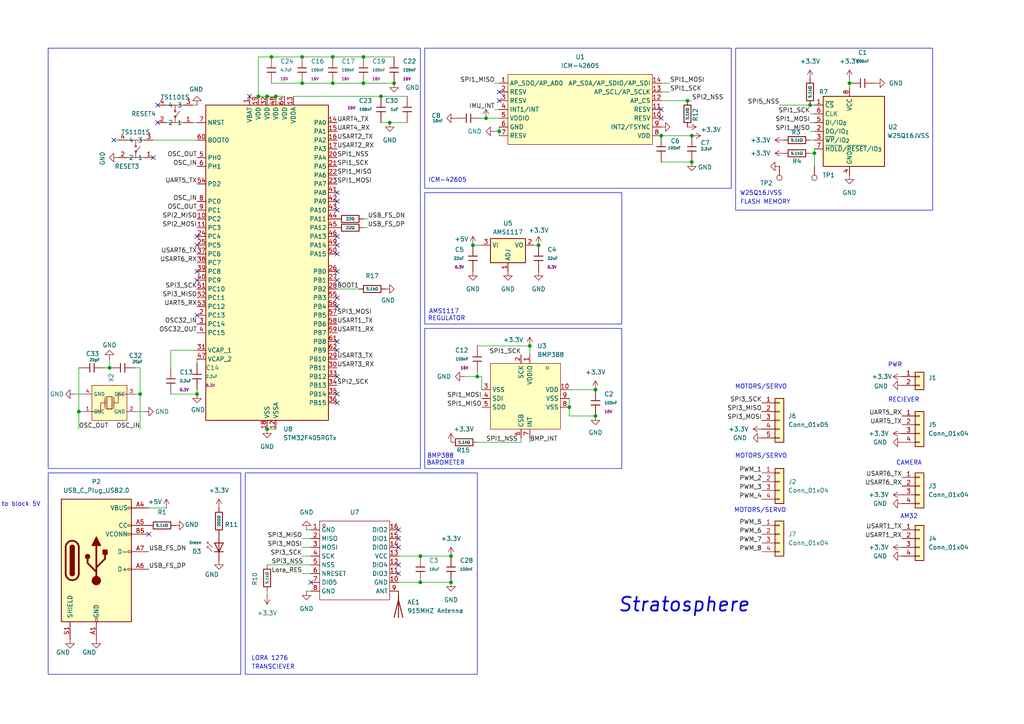
<source format=kicad_sch>
(kicad_sch (version 20250114) (generator "eeschema") (generator_version "9.0")
  (paper "A4")
  (rectangle (start 71.12 137.16) (end 138.43 195.58))
  (rectangle (start 213.36 13.97) (end 270.51 60.96))
  (rectangle (start 13.97 13.97) (end 121.92 135.89))
  (rectangle (start 123.19 55.88) (end 180.34 93.98))
  (rectangle (start 123.19 95.25) (end 180.34 135.89))
  (rectangle (start 13.97 137.16) (end 69.85 195.58))
  (rectangle (start 123.19 13.97) (end 212.09 54.61))
  (text "PWR" (at 259.588 105.918 0) (effects (font (size 1.27 1.27))))
  (text "RECIEVER\n" (at 262.128 116.078 0) (effects (font (size 1.27 1.27))))
  (text "AMS1117\n" (at 128.778 90.424 0) (effects (font (size 1.27 1.27))))
  (text "add pmos switch to block 5V\n" (at -2.54 146.304 0) (effects (font (size 1.27 1.27))))
  (text "MOTORS/SERVO\n" (at 220.472 148.082 0) (effects (font (size 1.27 1.27))))
  (text "FLASH MEMORY\n" (at 221.996 58.674 0) (effects (font (size 1.27 1.27))))
  (text "MOTORS/SERVO" (at 220.726 112.268 0) (effects (font (size 1.27 1.27))))
  (text "LORA 1276\n" (at 78.232 191.008 0) (effects (font (size 1.27 1.27))))
  (text "REGULATOR" (at 129.54 92.456 0) (effects (font (size 1.27 1.27))))
  (text "Stratosphere\n" (at 198.374 175.514 0) (effects (font (size 4 4) (thickness 0.5) (italic yes))))
  (text "ICM-42605" (at 129.794 52.324 0) (effects (font (size 1.27 1.27))))
  (text "BAROMETER\n" (at 129.286 134.366 0) (effects (font (size 1.27 1.27))))
  (text "BMP388" (at 127.762 132.334 0) (effects (font (size 1.27 1.27))))
  (text "TRANSCIEVER\n" (at 79.248 193.548 0) (effects (font (size 1.27 1.27))))
  (text "AM32\n" (at 263.652 149.86 0) (effects (font (size 1.27 1.27))))
  (text "usb footprint might b fucked\n" (at 114.808 216.662 0) (effects (font (size 1.27 1.27))))
  (text "CAMERA\n" (at 263.652 134.366 0) (effects (font (size 1.27 1.27))))
  (text "MOTORS/SERVO" (at 220.726 132.334 0) (effects (font (size 1.27 1.27))))
  (text "W25Q16JVSS" (at 220.726 56.134 0) (effects (font (size 1.27 1.27))))
  (junction (at 77.47 27.94))
  (junction (at 191.77 39.37))
  (junction (at 121.92 168.91))
  (junction (at 96.52 24.13))
  (junction (at 113.03 35.56))
  (junction (at 105.41 16.51))
  (junction (at 130.81 168.91))
  (junction (at 172.72 113.03))
  (junction (at 200.66 39.37))
  (junction (at 140.97 34.29))
  (junction (at 40.64 114.3))
  (junction (at 246.38 24.13))
  (junction (at 144.78 38.1))
  (junction (at 165.1 118.11))
  (junction (at 137.16 71.12))
  (junction (at 74.93 27.94))
  (junction (at 234.95 30.48))
  (junction (at 78.74 16.51))
  (junction (at 121.92 161.29))
  (junction (at 153.67 100.33))
  (junction (at 200.66 46.99))
  (junction (at 57.15 114.3))
  (junction (at 110.49 27.94))
  (junction (at 114.3 24.13))
  (junction (at 130.81 161.29))
  (junction (at 236.22 44.45))
  (junction (at 87.63 16.51))
  (junction (at 138.43 109.22))
  (junction (at 156.21 71.12))
  (junction (at 199.39 29.21))
  (junction (at 31.75 106.68))
  (junction (at 87.63 24.13))
  (junction (at 77.47 124.46))
  (junction (at 22.86 119.38))
  (junction (at 172.72 120.65))
  (junction (at 80.01 27.94))
  (junction (at 105.41 24.13))
  (junction (at 96.52 16.51))
  (no_connect (at 191.77 31.75))
  (no_connect (at 43.18 154.94))
  (no_connect (at 97.79 99.06))
  (no_connect (at 97.79 101.6))
  (no_connect (at 57.15 68.58))
  (no_connect (at 115.57 153.67))
  (no_connect (at 97.79 86.36))
  (no_connect (at 97.79 71.12))
  (no_connect (at 115.57 156.21))
  (no_connect (at 97.79 109.22))
  (no_connect (at 57.15 81.28))
  (no_connect (at 97.79 68.58))
  (no_connect (at 57.15 78.74))
  (no_connect (at 97.79 73.66))
  (no_connect (at 72.39 27.94))
  (no_connect (at 45.72 30.48))
  (no_connect (at 115.57 158.75))
  (no_connect (at 144.78 26.67))
  (no_connect (at 191.77 34.29))
  (no_connect (at 115.57 163.83))
  (no_connect (at 97.79 81.28))
  (no_connect (at 44.45 45.72))
  (no_connect (at 57.15 71.12))
  (no_connect (at 97.79 58.42))
  (no_connect (at 97.79 116.84))
  (no_connect (at 97.79 114.3))
  (no_connect (at 115.57 166.37))
  (no_connect (at 97.79 55.88))
  (no_connect (at 57.15 91.44))
  (no_connect (at 45.72 35.56))
  (no_connect (at 97.79 60.96))
  (no_connect (at 97.79 78.74))
  (no_connect (at 90.17 168.91))
  (no_connect (at 144.78 29.21))
  (no_connect (at 97.79 88.9))
  (no_connect (at 33.02 40.64))
  (wire (pts (xy 78.74 16.51) (xy 87.63 16.51)))
  (wire (pts (xy 77.47 27.94) (xy 80.01 27.94)))
  (wire (pts (xy 140.97 34.29) (xy 144.78 34.29)))
  (wire (pts (xy 31.75 106.68) (xy 30.48 106.68)))
  (wire (pts (xy 57.15 114.3) (xy 57.15 113.03)))
  (wire (pts (xy 115.57 161.29) (xy 121.92 161.29)))
  (wire (pts (xy 74.93 27.94) (xy 74.93 16.51)))
  (wire (pts (xy 74.93 16.51) (xy 78.74 16.51)))
  (wire (pts (xy 143.51 38.1) (xy 144.78 38.1)))
  (wire (pts (xy 115.57 168.91) (xy 121.92 168.91)))
  (wire (pts (xy 77.47 124.46) (xy 80.01 124.46)))
  (wire (pts (xy 121.92 168.91) (xy 130.81 168.91)))
  (wire (pts (xy 234.95 38.1) (xy 236.22 38.1)))
  (wire (pts (xy 40.64 106.68) (xy 40.64 114.3)))
  (wire (pts (xy 138.43 128.27) (xy 151.13 128.27)))
  (wire (pts (xy 236.22 44.45) (xy 236.22 43.18)))
  (wire (pts (xy 55.88 35.56) (xy 57.15 35.56)))
  (wire (pts (xy 165.1 113.03) (xy 172.72 113.03)))
  (wire (pts (xy 234.95 33.02) (xy 236.22 33.02)))
  (wire (pts (xy 87.63 156.21) (xy 90.17 156.21)))
  (wire (pts (xy 110.49 27.94) (xy 118.11 27.94)))
  (wire (pts (xy 40.64 114.3) (xy 39.37 114.3)))
  (wire (pts (xy 44.45 40.64) (xy 57.15 40.64)))
  (wire (pts (xy 194.31 26.67) (xy 191.77 26.67)))
  (wire (pts (xy 138.43 109.22) (xy 139.7 109.22)))
  (wire (pts (xy 110.49 35.56) (xy 113.03 35.56)))
  (wire (pts (xy 41.91 119.38) (xy 39.37 119.38)))
  (wire (pts (xy 121.92 161.29) (xy 130.81 161.29)))
  (wire (pts (xy 22.86 119.38) (xy 24.13 119.38)))
  (wire (pts (xy 22.86 106.68) (xy 22.86 119.38)))
  (wire (pts (xy 87.63 161.29) (xy 90.17 161.29)))
  (wire (pts (xy 96.52 16.51) (xy 105.41 16.51)))
  (wire (pts (xy 246.38 24.13) (xy 246.38 25.4)))
  (wire (pts (xy 85.09 27.94) (xy 110.49 27.94)))
  (wire (pts (xy 156.21 71.12) (xy 154.94 71.12)))
  (wire (pts (xy 105.41 24.13) (xy 114.3 24.13)))
  (wire (pts (xy 105.41 16.51) (xy 114.3 16.51)))
  (wire (pts (xy 144.78 36.83) (xy 144.78 38.1)))
  (wire (pts (xy 77.47 171.45) (xy 77.47 172.72)))
  (wire (pts (xy 57.15 114.3) (xy 49.53 114.3)))
  (wire (pts (xy 48.26 147.32) (xy 43.18 147.32)))
  (wire (pts (xy 172.72 120.65) (xy 165.1 120.65)))
  (wire (pts (xy 57.15 101.6) (xy 49.53 101.6)))
  (wire (pts (xy 143.51 24.13) (xy 144.78 24.13)))
  (wire (pts (xy 165.1 115.57) (xy 165.1 118.11)))
  (wire (pts (xy 40.64 106.68) (xy 39.37 106.68)))
  (wire (pts (xy 153.67 128.27) (xy 153.67 127)))
  (wire (pts (xy 151.13 128.27) (xy 151.13 127)))
  (wire (pts (xy 88.9 153.67) (xy 90.17 153.67)))
  (wire (pts (xy 134.62 109.22) (xy 138.43 109.22)))
  (wire (pts (xy 31.75 104.14) (xy 31.75 106.68)))
  (wire (pts (xy 246.38 22.86) (xy 246.38 24.13)))
  (wire (pts (xy 194.31 24.13) (xy 191.77 24.13)))
  (wire (pts (xy 87.63 158.75) (xy 90.17 158.75)))
  (wire (pts (xy 139.7 34.29) (xy 140.97 34.29)))
  (wire (pts (xy 226.06 30.48) (xy 234.95 30.48)))
  (wire (pts (xy 236.22 44.45) (xy 236.22 48.26)))
  (wire (pts (xy 80.01 27.94) (xy 82.55 27.94)))
  (wire (pts (xy 87.63 16.51) (xy 96.52 16.51)))
  (wire (pts (xy 165.1 120.65) (xy 165.1 118.11)))
  (wire (pts (xy 57.15 105.41) (xy 57.15 104.14)))
  (wire (pts (xy 234.95 30.48) (xy 236.22 30.48)))
  (wire (pts (xy 106.68 63.5) (xy 105.41 63.5)))
  (wire (pts (xy 97.79 83.82) (xy 104.14 83.82)))
  (wire (pts (xy 153.67 100.33) (xy 138.43 100.33)))
  (wire (pts (xy 138.43 107.95) (xy 138.43 109.22)))
  (wire (pts (xy 22.86 124.46) (xy 22.86 119.38)))
  (wire (pts (xy 87.63 24.13) (xy 96.52 24.13)))
  (wire (pts (xy 143.51 31.75) (xy 144.78 31.75)))
  (wire (pts (xy 191.77 46.99) (xy 200.66 46.99)))
  (wire (pts (xy 96.52 24.13) (xy 105.41 24.13)))
  (wire (pts (xy 191.77 29.21) (xy 199.39 29.21)))
  (wire (pts (xy 191.77 39.37) (xy 200.66 39.37)))
  (wire (pts (xy 118.11 35.56) (xy 113.03 35.56)))
  (wire (pts (xy 139.7 109.22) (xy 139.7 113.03)))
  (wire (pts (xy 74.93 27.94) (xy 77.47 27.94)))
  (wire (pts (xy 234.95 35.56) (xy 236.22 35.56)))
  (wire (pts (xy 87.63 166.37) (xy 90.17 166.37)))
  (wire (pts (xy 153.67 102.87) (xy 153.67 100.33)))
  (wire (pts (xy 55.88 30.48) (xy 57.15 30.48)))
  (wire (pts (xy 137.16 71.12) (xy 139.7 71.12)))
  (wire (pts (xy 234.95 44.45) (xy 236.22 44.45)))
  (wire (pts (xy 234.95 40.64) (xy 236.22 40.64)))
  (wire (pts (xy 40.64 114.3) (xy 40.64 124.46)))
  (wire (pts (xy 49.53 101.6) (xy 49.53 106.68)))
  (wire (pts (xy 199.39 29.21) (xy 200.66 29.21)))
  (wire (pts (xy 105.41 66.04) (xy 106.68 66.04)))
  (wire (pts (xy 78.74 24.13) (xy 87.63 24.13)))
  (wire (pts (xy 33.02 40.64) (xy 34.29 40.64)))
  (wire (pts (xy 88.9 171.45) (xy 90.17 171.45)))
  (wire (pts (xy 144.78 38.1) (xy 144.78 39.37)))
  (wire (pts (xy 77.47 163.83) (xy 90.17 163.83)))
  (wire (pts (xy 21.59 114.3) (xy 24.13 114.3)))
  (label "SPI1_SCK" (at 97.79 48.26 0))
  (label "SPI2_NSS" (at 200.66 29.21 0))
  (label "USB_FS_DN" (at 106.68 63.5 0))
  (label "SPI3_MOSI" (at 220.98 121.92 180))
  (label "SPI2_MOSI" (at 57.15 66.04 180))
  (label "SPI1_SCK" (at 234.95 33.02 180))
  (label "OSC_IN" (at 40.64 124.46 180))
  (label "SPI3_NSS" (at 78.74 163.83 0))
  (label "UART5_RX" (at 57.15 88.9 180))
  (label "SPI1_MISO" (at 234.95 38.1 180))
  (label "SPI3_MOSI" (at 87.63 158.75 180))
  (label "UART5_TX" (at 261.62 123.19 180))
  (label "PWM_3" (at 220.98 142.24 180))
  (label "OSC32_OUT" (at 57.15 96.52 180))
  (label "Lora_RES" (at 87.63 166.37 180))
  (label "PWM_6" (at 220.98 154.94 180))
  (label "SPI3_MOSI" (at 97.79 91.44 0))
  (label "USART6_RX" (at 57.15 76.2 180))
  (label "USART3_RX" (at 97.79 106.68 0))
  (label "UART5_RX" (at 261.62 120.65 180))
  (label "SPI3_SCK" (at 57.15 83.82 180))
  (label "OSC_IN" (at 57.15 48.26 180))
  (label "USART6_RX" (at 261.62 140.97 180))
  (label "USB_FS_DN" (at 43.18 160.02 0))
  (label "UART5_TX" (at 57.15 53.34 180))
  (label "SPI1_MOSI" (at 194.31 24.13 0))
  (label "SPI1_NSS" (at 97.79 45.72 0))
  (label "SPI1_MOSI" (at 139.7 115.57 180))
  (label "PWM_8" (at 220.98 160.02 180))
  (label "SPI3_SCK" (at 220.98 116.84 180))
  (label "SPI1_MISO" (at 139.7 118.11 180))
  (label "PWM_5" (at 220.98 152.4 180))
  (label "PWM_7" (at 220.98 157.48 180))
  (label "USART2_TX" (at 97.79 40.64 0))
  (label "BMP_INT" (at 153.67 128.27 0))
  (label "SPI1_MOSI" (at 234.95 35.56 180))
  (label "SPI1_NSS" (at 140.97 128.27 0))
  (label "SPI3_MISO" (at 87.63 156.21 180))
  (label "USART3_TX" (at 97.79 104.14 0))
  (label "OSC_OUT" (at 57.15 45.72 180))
  (label "BOOT1" (at 97.79 83.82 0))
  (label "OSC_IN" (at 57.15 58.42 180))
  (label "USART1_TX" (at 261.62 153.67 180))
  (label "SPI1_MOSI" (at 97.79 53.34 0))
  (label "SPI1_MISO" (at 97.79 50.8 0))
  (label "PWM_4" (at 220.98 144.78 180))
  (label "SPI1_SCK" (at 194.31 26.67 0))
  (label "PWM_2" (at 220.98 139.7 180))
  (label "USART2_RX" (at 97.79 43.18 0))
  (label "SPI1_SCK" (at 151.13 102.87 180))
  (label "UART4_TX" (at 97.79 35.56 0))
  (label "PWM_1" (at 220.98 137.16 180))
  (label "OSC32_IN" (at 57.15 93.98 180))
  (label "OSC_OUT" (at 22.86 124.46 0))
  (label "USART1_TX" (at 97.79 93.98 0))
  (label "SPI2_MISO" (at 57.15 63.5 180))
  (label "USB_FS_DP" (at 43.18 165.1 0))
  (label "SPI2_SCK" (at 97.79 111.76 0))
  (label "SPI3_SCK" (at 87.63 161.29 180))
  (label "IMU_INT" (at 143.51 31.75 180))
  (label "USART1_RX" (at 97.79 96.52 0))
  (label "USART1_RX" (at 261.62 156.21 180))
  (label "USB_FS_DP" (at 106.68 66.04 0))
  (label "USART6_TX" (at 57.15 73.66 180))
  (label "SPI5_NSS" (at 226.06 30.48 180))
  (label "OSC_OUT" (at 57.15 60.96 180))
  (label "SPI3_MISO" (at 220.98 119.38 180))
  (label "SPI3_MISO" (at 57.15 86.36 180))
  (label "SPI1_MISO" (at 143.51 24.13 180))
  (label "USART6_TX" (at 261.62 138.43 180))
  (label "UART4_RX" (at 97.79 38.1 0))
  (symbol (lib_id "PCM_JLCPCB-Resistors:0402,200Ω") (at 63.5 151.13 0) (unit 1)
    (property "Reference" "R11" (at 69.088 152.146 0) (effects (justify right)))
    (property "Value" "200Ω" (at 63.5 151.13 90) (effects (font (size 0.8 0.8))))
    (property "Footprint" "PCM_JLCPCB:R_0402" (effects (hide yes)))
    (property "Datasheet" "https://www.lcsc.com/datasheet/lcsc_datasheet_2205311900_UNI-ROYAL-Uniroyal-Elec-0402WGF2000TCE_C25087.pdf" (effects (hide yes)))
    (property "Description" "62.5mW Thick Film Resistors 50V ±100ppm/°C ±1% 200Ω 0402 Chip Resistor - Surface Mount ROHS" (effects (hide yes)))
    (property "Stock" "981717" (effects (hide yes)))
    (property "Price" "0.004USD" (effects (hide yes)))
    (property "Process" "SMT" (effects (hide yes)))
    (property "Attrition Qty" "10" (effects (hide yes)))
    (property "Class" "Basic Component" (effects (hide yes)))
    (property "Category" "Resistors,Chip Resistor - Surface Mount" (effects (hide yes)))
    (property "Part" "0402WGF2000TCE" (effects (hide yes)))
    (property "Resistance" "200Ω" (effects (hide yes)))
    (property "Power(Watts)" "62.5mW" (effects (hide yes)))
    (property "Type" "Thick Film Resistors" (effects (hide yes)))
    (property "Overload Voltage (Max)" "50V" (effects (hide yes)))
    (property "Operating Temperature Range" "-55°C~+155°C" (effects (hide yes)))
    (property "Tolerance" "±1%" (effects (hide yes)))
    (property "Temperature Coefficient" "±100ppm/°C" (effects (hide yes)))
    (property "LCSC Part Number" "C25087" (effects (hide yes)))
  )
  (symbol (lib_id "PCM_JLCPCB-Resistors:0402,5.1kΩ") (at 231.14 44.45 270) (unit 1)
    (property "Reference" "R4" (at 231.14 46.736 90))
    (property "Value" "5.1kΩ" (at 231.14 44.45 90) (effects (font (size 0.8 0.8))))
    (property "Footprint" "PCM_JLCPCB:R_0402" (effects (hide yes)))
    (property "Datasheet" "https://www.lcsc.com/datasheet/lcsc_datasheet_2206010045_UNI-ROYAL-Uniroyal-Elec-0402WGF5101TCE_C25905.pdf" (effects (hide yes)))
    (property "Description" "62.5mW Thick Film Resistors 50V ±100ppm/°C ±1% 5.1kΩ 0402 Chip Resistor - Surface Mount ROHS" (effects (hide yes)))
    (property "Stock" "2545110" (effects (hide yes)))
    (property "Price" "0.004USD" (effects (hide yes)))
    (property "Process" "SMT" (effects (hide yes)))
    (property "Attrition Qty" "10" (effects (hide yes)))
    (property "Class" "Basic Component" (effects (hide yes)))
    (property "Category" "Resistors,Chip Resistor - Surface Mount" (effects (hide yes)))
    (property "Part" "0402WGF5101TCE" (effects (hide yes)))
    (property "Resistance" "5.1kΩ" (effects (hide yes)))
    (property "Power(Watts)" "62.5mW" (effects (hide yes)))
    (property "Type" "Thick Film Resistors" (effects (hide yes)))
    (property "Overload Voltage (Max)" "50V" (effects (hide yes)))
    (property "Operating Temperature Range" "-55°C~+155°C" (effects (hide yes)))
    (property "Tolerance" "±1%" (effects (hide yes)))
    (property "Temperature Coefficient" "±100ppm/°C" (effects (hide yes)))
    (property "LCSC Part Number" "C25905" (effects (hide yes)))
  )
  (symbol (lib_id "easyeda2kicad:TS1101S-4.5X4.5X5.5FSS") (at 50.8 33.02 180) (unit 1)
    (property "Reference" "RESET4" (at 41.656 33.02 0))
    (property "Value" "TS1101S" (at 50.8 28.194 0))
    (property "Footprint" "easyeda2kicad:SW-SMD_4P-L4.5-W4.5-P3.15-LS7.5-TL" (effects (hide yes)))
    (property "LCSC Part Number" "C49274267" (effects (hide yes)))
  )
  (symbol (lib_id "Regulator_Linear:AMS1117") (at 147.32 71.12 0) (unit 1)
    (property "Reference" "U5" (at 147.32 64.77 0))
    (property "Value" "AMS1117" (at 147.32 67.31 0))
    (property "Footprint" "Package_TO_SOT_SMD:SOT-223-3_TabPin2" (effects (hide yes)))
    (property "Datasheet" "http://www.advanced-monolithic.com/pdf/ds1117.pdf" (effects (hide yes)))
    (property "Description" "1A Low Dropout regulator, positive, adjustable output, SOT-223" (effects (hide yes)))
  )
  (symbol (lib_id "power:GND") (at 261.62 111.76 270) (unit 1)
    (property "Reference" "#PWR084" (effects (hide yes)))
    (property "Value" "GND" (at 257.556 112.014 90) (effects (justify right)))
    (property "Description" "Power symbol creates a global label with name \"GND\" , ground" (effects (hide yes)))
  )
  (symbol (lib_name "0402,100nF_4") (lib_id "PCM_JLCPCB-Capacitors:0402,100nF") (at 105.41 20.32 0) (mirror y) (unit 1)
    (property "Reference" "C19" (at 107.95 17.7799 0) (effects (justify right)))
    (property "Value" "100nF" (at 107.95 20.32 0) (effects (font (size 0.8 0.8)) (justify right)))
    (property "Footprint" "PCM_JLCPCB:C_0402" (effects (hide yes)))
    (property "Datasheet" "https://www.lcsc.com/datasheet/lcsc_datasheet_2304140030_Samsung-Electro-Mechanics-CL05B104KO5NNNC_C1525.pdf" (effects (hide yes)))
    (property "Description" "16V 100nF X7R ±10% 0402 Multilayer Ceramic Capacitors MLCC - SMD/SMT ROHS" (effects (hide yes)))
    (property "LCSC" "C1525" (effects (hide yes)))
    (property "Stock" "20208285" (effects (hide yes)))
    (property "Price" "0.004USD" (effects (hide yes)))
    (property "Process" "SMT" (effects (hide yes)))
    (property "Minimum Qty" "20" (effects (hide yes)))
    (property "Attrition Qty" "10" (effects (hide yes)))
    (property "Class" "Basic Component" (effects (hide yes)))
    (property "Category" "Capacitors,Multilayer Ceramic Capacitors MLCC - SMD/SMT" (effects (hide yes)))
    (property "Manufacturer" "Samsung Electro-Mechanics" (effects (hide yes)))
    (property "Part" "CL05B104KO5NNNC" (effects (hide yes)))
    (property "Voltage Rated" "16V" (at 107.95 22.86 0) (effects (font (size 0.8 0.8)) (justify right)))
    (property "Tolerance" "±10%" (effects (hide yes)))
    (property "Capacitance" "100nF" (effects (hide yes)))
    (property "Temperature Coefficient" "X7R" (effects (hide yes)))
  )
  (symbol (lib_name "Conn_01x02_MountingPin_2") (lib_id "Connector_Generic_MountingPin:Conn_01x02_MountingPin") (at 266.7 109.22 0) (unit 1)
    (property "Reference" "J1" (at 269.24 109.5755 0) (effects (justify left)))
    (property "Value" "Connector" (effects (hide yes)))
    (property "Footprint" "JST_GH_SM02B-GHS-TB_1x02-1MP_P1.25mm_Horizontal" (effects (hide yes)))
    (property "Description" "Generic connectable mounting pin connector, single row, 01x02, script generated (kicad-library-utils/schlib/autogen/connector/)" (effects (hide yes)))
  )
  (symbol (lib_id "power:+3.3V") (at 200.66 39.37 270) (unit 1)
    (property "Reference" "#PWR070" (effects (hide yes)))
    (property "Value" "+3.3V" (effects (hide yes)))
    (property "Description" "Power symbol creates a global label with name \"+3.3V\"" (effects (hide yes)))
  )
  (symbol (lib_id "PCM_JLCPCB-Capacitors:0402,20pF") (at 26.67 106.68 270) (mirror x) (unit 1)
    (property "Reference" "C33" (at 24.892 102.616 90) (effects (justify left)))
    (property "Value" "20pF" (at 25.908 104.394 90) (effects (font (size 0.8 0.8)) (justify left)))
    (property "Footprint" "PCM_JLCPCB:C_0402" (effects (hide yes)))
    (property "Datasheet" "https://www.lcsc.com/datasheet/lcsc_datasheet_2304140030_FH--Guangdong-Fenghua-Advanced-Tech-0402CG200J500NT_C1554.pdf" (effects (hide yes)))
    (property "Description" "50V 20pF C0G ±5% 0402 Multilayer Ceramic Capacitors MLCC - SMD/SMT ROHS" (effects (hide yes)))
    (property "Stock" "612088" (effects (hide yes)))
    (property "Price" "0.004USD" (effects (hide yes)))
    (property "Process" "SMT" (effects (hide yes)))
    (property "Attrition Qty" "10" (effects (hide yes)))
    (property "Class" "Basic Component" (effects (hide yes)))
    (property "Category" "Capacitors,Multilayer Ceramic Capacitors MLCC - SMD/SMT" (effects (hide yes)))
    (property "Part" "0402CG200J500NT" (effects (hide yes)))
    (property "Voltage Rated" "50V" (effects (hide yes)))
    (property "Tolerance" "±5%" (effects (hide yes)))
    (property "Capacitance" "20pF" (effects (hide yes)))
    (property "Temperature Coefficient" "C0G" (effects (hide yes)))
    (property "LCSC Part Number" "C1554" (effects (hide yes)))
  )
  (symbol (lib_id "power:+5V") (at 137.16 71.12 0) (mirror y) (unit 1)
    (property "Reference" "#PWR021" (effects (hide yes)))
    (property "Value" "+5V" (at 133.858 69.342 0))
    (property "Description" "Power symbol creates a global label with name \"+5V\"" (effects (hide yes)))
  )
  (symbol (lib_id "power:GND") (at 113.03 35.56 0) (unit 1)
    (property "Reference" "#PWR018" (effects (hide yes)))
    (property "Value" "GND" (at 113.03 40.64 0))
    (property "Description" "Power symbol creates a global label with name \"GND\" , ground" (effects (hide yes)))
  )
  (symbol (lib_id "PCM_JLCPCB-Capacitors:0402,100nF") (at 191.77 43.18 180) (unit 1)
    (property "Reference" "C6" (at 195.834 40.894 0))
    (property "Value" "100nF" (at 195.58 42.926 0) (effects (font (size 0.8 0.8))))
    (property "Footprint" "PCM_JLCPCB:C_0402" (effects (hide yes)))
    (property "Datasheet" "https://www.lcsc.com/datasheet/lcsc_datasheet_2304140030_Samsung-Electro-Mechanics-CL05B104KO5NNNC_C1525.pdf" (effects (hide yes)))
    (property "Description" "16V 100nF X7R ±10% 0402 Multilayer Ceramic Capacitors MLCC - SMD/SMT ROHS" (effects (hide yes)))
    (property "Stock" "24076106" (effects (hide yes)))
    (property "Price" "0.004USD" (effects (hide yes)))
    (property "Process" "SMT" (effects (hide yes)))
    (property "Attrition Qty" "10" (effects (hide yes)))
    (property "Class" "Basic Component" (effects (hide yes)))
    (property "Category" "Capacitors,Multilayer Ceramic Capacitors MLCC - SMD/SMT" (effects (hide yes)))
    (property "Part" "CL05B104KO5NNNC" (effects (hide yes)))
    (property "Voltage Rated" "16V" (effects (hide yes)))
    (property "Tolerance" "±10%" (effects (hide yes)))
    (property "Capacitance" "100nF" (effects (hide yes)))
    (property "Temperature Coefficient" "X7R" (effects (hide yes)))
    (property "LCSC Part Number" "C1525" (effects (hide yes)))
  )
  (symbol (lib_id "power:GND") (at 88.9 171.45 0) (unit 1)
    (property "Reference" "#PWR055" (effects (hide yes)))
    (property "Value" "GND" (at 88.9 176.53 0))
    (property "Description" "Power symbol creates a global label with name \"GND\" , ground" (effects (hide yes)))
  )
  (symbol (lib_id "Connector_Generic:Conn_01x04") (at 266.7 156.21 0) (unit 1)
    (property "Reference" "J4" (at 269.24 156.2099 0) (effects (justify left)))
    (property "Value" "Conn_01x04" (at 269.24 158.7499 0) (effects (justify left)))
    (property "Footprint" "Connector_JST:JST_GH_SM04B-GHS-TB_1x04-1MP_P1.25mm_Horizontal" (effects (hide yes)))
    (property "Description" "Generic connector, single row, 01x04, script generated (kicad-library-utils/schlib/autogen/connector/)" (effects (hide yes)))
  )
  (symbol (lib_id "lora1276:LORA1276-C1-915MHZ") (at 102.87 162.56 0) (unit 1)
    (property "Reference" "U7" (at 102.87 148.59 0))
    (property "Value" "915MHz" (effects (hide yes)))
    (property "Footprint" "lib:COMM-SMD_LORA1276-C1-915MHZ" (effects (hide yes)))
    (property "Datasheet" "https://atta.szlcsc.com/upload/public/pdf/source/20220425/530C73F5612432B98CDC262676D34B0B.pdf" (effects (hide yes)))
    (property "Description" "Frequency:915MHz Output Power:20dBm Output Power:20dBm Interface Type:SPI Modulation System:LoRa；GFSK；FSK Voltage - Supply:3.3V Voltage - Supply:3.3V Receive  Current:10.8mA Send  Current:120mA Sensitivity:-139dBm Sensitivity:-139dBm Operating Temperature" (effects (hide yes)))
    (property "LCSC Part Number" "C3001531" (effects (hide yes)))
  )
  (symbol (lib_id "power:+3.3V") (at 227.33 44.45 90) (unit 1)
    (property "Reference" "#PWR052" (effects (hide yes)))
    (property "Value" "+3.3V" (at 223.52 44.4499 90) (effects (justify left)))
    (property "Description" "Power symbol creates a global label with name \"+3.3V\"" (effects (hide yes)))
  )
  (symbol (lib_id "power:+3.3V") (at 227.33 40.64 90) (unit 1)
    (property "Reference" "#PWR037" (effects (hide yes)))
    (property "Value" "+3.3V" (at 223.52 40.6399 90) (effects (justify left)))
    (property "Description" "Power symbol creates a global label with name \"+3.3V\"" (effects (hide yes)))
  )
  (symbol (lib_id "MCU_ST_STM32F4:STM32F405RGTx") (at 77.47 76.2 0) (unit 1)
    (property "Reference" "U8" (at 82.1533 124.46 0) (effects (justify left)))
    (property "Value" "STM32F405RGTx" (at 82.1533 127 0) (effects (justify left)))
    (property "Footprint" "Package_QFP:LQFP-64_10x10mm_P0.5mm" (effects (hide yes)))
    (property "Datasheet" "https://www.st.com/resource/en/datasheet/stm32f405rg.pdf" (effects (hide yes)))
    (property "Description" "STMicroelectronics Arm Cortex-M4 MCU, 1024KB flash, 192KB RAM, 168 MHz, 1.8-3.6V, 51 GPIO, LQFP64" (effects (hide yes)))
  )
  (symbol (lib_name "0402,2.2uF_1") (lib_id "PCM_JLCPCB-Capacitors:0402,2.2uF") (at 57.15 109.22 0) (unit 1)
    (property "Reference" "C14" (at 59.69 106.6799 0) (effects (justify left)))
    (property "Value" "2.2uF" (at 59.69 109.22 0) (effects (font (size 0.8 0.8)) (justify left)))
    (property "Footprint" "PCM_JLCPCB:C_0402" (effects (hide yes)))
    (property "Datasheet" "https://www.lcsc.com/datasheet/lcsc_datasheet_2304140030_Samsung-Electro-Mechanics-CL05A225MQ5NSNC_C12530.pdf" (effects (hide yes)))
    (property "Description" "6.3V 2.2uF X5R ±20% 0402 Multilayer Ceramic Capacitors MLCC - SMD/SMT ROHS" (effects (hide yes)))
    (property "LCSC" "C12530" (effects (hide yes)))
    (property "Stock" "4528431" (effects (hide yes)))
    (property "Price" "0.006USD" (effects (hide yes)))
    (property "Process" "SMT" (effects (hide yes)))
    (property "Minimum Qty" "20" (effects (hide yes)))
    (property "Attrition Qty" "10" (effects (hide yes)))
    (property "Class" "Basic Component" (effects (hide yes)))
    (property "Category" "Capacitors,Multilayer Ceramic Capacitors MLCC - SMD/SMT" (effects (hide yes)))
    (property "Manufacturer" "Samsung Electro-Mechanics" (effects (hide yes)))
    (property "Part" "CL05A225MQ5NSNC" (effects (hide yes)))
    (property "Voltage Rated" "6.3V" (at 59.69 111.76 0) (effects (font (size 0.8 0.8)) (justify left)))
    (property "Tolerance" "±20%" (effects (hide yes)))
    (property "Capacitance" "2.2uF" (effects (hide yes)))
    (property "Temperature Coefficient" "X5R" (effects (hide yes)))
  )
  (symbol (lib_id "power:+3.3V") (at 261.62 109.22 90) (unit 1)
    (property "Reference" "#PWR085" (effects (hide yes)))
    (property "Value" "+3.3V" (at 255.778 109.22 90))
    (property "Description" "Power symbol creates a global label with name \"+3.3V\"" (effects (hide yes)))
  )
  (symbol (lib_id "power:+3.3V") (at 261.62 158.75 90) (unit 1)
    (property "Reference" "#PWR01" (effects (hide yes)))
    (property "Value" "+3.3V" (at 257.81 158.7499 90) (effects (justify left)))
    (property "Description" "Power symbol creates a global label with name \"+3.3V\"" (effects (hide yes)))
  )
  (symbol (lib_id "power:+3.3V") (at 63.5 147.32 0) (unit 1)
    (property "Reference" "#PWR090" (effects (hide yes)))
    (property "Value" "+3.3V" (at 63.5 142.24 0))
    (property "Description" "Power symbol creates a global label with name \"+3.3V\"" (effects (hide yes)))
  )
  (symbol (lib_id "power:GND") (at 27.94 185.42 0) (unit 1)
    (property "Reference" "#PWR016" (effects (hide yes)))
    (property "Value" "GND" (at 27.9401 189.23 0) (effects (justify right)))
    (property "Description" "Power symbol creates a global label with name \"GND\" , ground" (effects (hide yes)))
  )
  (symbol (lib_id "power:GND") (at 20.32 185.42 0) (unit 1)
    (property "Reference" "#PWR042" (effects (hide yes)))
    (property "Value" "GND" (at 20.3201 189.23 0) (effects (justify right)))
    (property "Description" "Power symbol creates a global label with name \"GND\" , ground" (effects (hide yes)))
  )
  (symbol (lib_id "power:+3.3V") (at 261.62 143.51 90) (unit 1)
    (property "Reference" "#PWR04" (effects (hide yes)))
    (property "Value" "+3.3V" (at 257.81 143.5099 90) (effects (justify left)))
    (property "Description" "Power symbol creates a global label with name \"+3.3V\"" (effects (hide yes)))
  )
  (symbol (lib_id "power:GND") (at 261.62 146.05 270) (unit 1)
    (property "Reference" "#PWR06" (effects (hide yes)))
    (property "Value" "GND" (at 257.302 146.05 90) (effects (justify right)))
    (property "Description" "Power symbol creates a global label with name \"GND\" , ground" (effects (hide yes)))
  )
  (symbol (lib_id "power:GND") (at 41.91 119.38 90) (unit 1)
    (property "Reference" "#PWR080" (effects (hide yes)))
    (property "Value" "GND" (at 46.99 119.38 90))
    (property "Description" "Power symbol creates a global label with name \"GND\" , ground" (effects (hide yes)))
  )
  (symbol (lib_name "0402,100nF_4") (lib_id "PCM_JLCPCB-Capacitors:0402,100nF") (at 110.49 31.75 0) (unit 1)
    (property "Reference" "C23" (at 107.95 29.2099 0) (effects (justify right)))
    (property "Value" "100nF" (at 107.95 31.75 0) (effects (font (size 0.8 0.8)) (justify right)))
    (property "Footprint" "PCM_JLCPCB:C_0402" (effects (hide yes)))
    (property "Datasheet" "https://www.lcsc.com/datasheet/lcsc_datasheet_2304140030_Samsung-Electro-Mechanics-CL05B104KO5NNNC_C1525.pdf" (effects (hide yes)))
    (property "Description" "16V 100nF X7R ±10% 0402 Multilayer Ceramic Capacitors MLCC - SMD/SMT ROHS" (effects (hide yes)))
    (property "LCSC" "C1525" (effects (hide yes)))
    (property "Stock" "20208285" (effects (hide yes)))
    (property "Price" "0.004USD" (effects (hide yes)))
    (property "Process" "SMT" (effects (hide yes)))
    (property "Minimum Qty" "20" (effects (hide yes)))
    (property "Attrition Qty" "10" (effects (hide yes)))
    (property "Class" "Basic Component" (effects (hide yes)))
    (property "Category" "Capacitors,Multilayer Ceramic Capacitors MLCC - SMD/SMT" (effects (hide yes)))
    (property "Manufacturer" "Samsung Electro-Mechanics" (effects (hide yes)))
    (property "Part" "CL05B104KO5NNNC" (effects (hide yes)))
    (property "Voltage Rated" "16V" (at 103.124 31.242 0) (effects (font (size 0.8 0.8)) (justify right)))
    (property "Tolerance" "±10%" (effects (hide yes)))
    (property "Capacitance" "100nF" (effects (hide yes)))
    (property "Temperature Coefficient" "X7R" (effects (hide yes)))
  )
  (symbol (lib_id "easyeda2kicad:ICM-42605") (at 168.91 30.48 0) (unit 1)
    (property "Reference" "U1" (at 168.275 16.51 0))
    (property "Value" "ICM-42605" (at 168.275 19.05 0))
    (property "Footprint" "easyeda2kicad:LGA-14_L3.0-W2.5-P0.50-TL" (effects (hide yes)))
    (property "LCSC Part Number" "C2655099" (effects (hide yes)))
  )
  (symbol (lib_id "PCM_JLCPCB-Capacitors:0402,20pF") (at 35.56 106.68 270) (mirror x) (unit 1)
    (property "Reference" "C32" (at 37.338 103.124 90) (effects (justify left)))
    (property "Value" "20pF" (at 38.354 104.902 90) (effects (font (size 0.8 0.8)) (justify left)))
    (property "Footprint" "PCM_JLCPCB:C_0402" (effects (hide yes)))
    (property "Datasheet" "https://www.lcsc.com/datasheet/lcsc_datasheet_2304140030_FH--Guangdong-Fenghua-Advanced-Tech-0402CG200J500NT_C1554.pdf" (effects (hide yes)))
    (property "Description" "50V 20pF C0G ±5% 0402 Multilayer Ceramic Capacitors MLCC - SMD/SMT ROHS" (effects (hide yes)))
    (property "Stock" "612088" (effects (hide yes)))
    (property "Price" "0.004USD" (effects (hide yes)))
    (property "Process" "SMT" (effects (hide yes)))
    (property "Attrition Qty" "10" (effects (hide yes)))
    (property "Class" "Basic Component" (effects (hide yes)))
    (property "Category" "Capacitors,Multilayer Ceramic Capacitors MLCC - SMD/SMT" (effects (hide yes)))
    (property "Part" "0402CG200J500NT" (effects (hide yes)))
    (property "Voltage Rated" "50V" (effects (hide yes)))
    (property "Tolerance" "±5%" (effects (hide yes)))
    (property "Capacitance" "20pF" (effects (hide yes)))
    (property "Temperature Coefficient" "C0G" (effects (hide yes)))
    (property "LCSC Part Number" "C1554" (effects (hide yes)))
  )
  (symbol (lib_id "power:GND") (at 132.08 34.29 270) (unit 1)
    (property "Reference" "#PWR064" (effects (hide yes)))
    (property "Value" "GND" (effects (hide yes)))
    (property "Description" "Power symbol creates a global label with name \"GND\" , ground" (effects (hide yes)))
  )
  (symbol (lib_id "PCM_JLCPCB-Resistors:0402,5.1kΩ") (at 231.14 40.64 270) (unit 1)
    (property "Reference" "R3" (at 230.886 38.354 90))
    (property "Value" "5.1kΩ" (at 231.14 40.64 90) (effects (font (size 0.8 0.8))))
    (property "Footprint" "PCM_JLCPCB:R_0402" (effects (hide yes)))
    (property "Datasheet" "https://www.lcsc.com/datasheet/lcsc_datasheet_2206010045_UNI-ROYAL-Uniroyal-Elec-0402WGF5101TCE_C25905.pdf" (effects (hide yes)))
    (property "Description" "62.5mW Thick Film Resistors 50V ±100ppm/°C ±1% 5.1kΩ 0402 Chip Resistor - Surface Mount ROHS" (effects (hide yes)))
    (property "Stock" "2545110" (effects (hide yes)))
    (property "Price" "0.004USD" (effects (hide yes)))
    (property "Process" "SMT" (effects (hide yes)))
    (property "Attrition Qty" "10" (effects (hide yes)))
    (property "Class" "Basic Component" (effects (hide yes)))
    (property "Category" "Resistors,Chip Resistor - Surface Mount" (effects (hide yes)))
    (property "Part" "0402WGF5101TCE" (effects (hide yes)))
    (property "Resistance" "5.1kΩ" (effects (hide yes)))
    (property "Power(Watts)" "62.5mW" (effects (hide yes)))
    (property "Type" "Thick Film Resistors" (effects (hide yes)))
    (property "Overload Voltage (Max)" "50V" (effects (hide yes)))
    (property "Operating Temperature Range" "-55°C~+155°C" (effects (hide yes)))
    (property "Tolerance" "±1%" (effects (hide yes)))
    (property "Temperature Coefficient" "±100ppm/°C" (effects (hide yes)))
    (property "LCSC Part Number" "C25905" (effects (hide yes)))
  )
  (symbol (lib_id "PCM_JLCPCB-Resistors:0402,5.1kΩ") (at 46.99 152.4 270) (unit 1)
    (property "Reference" "R1" (at 46.99 148.59 90))
    (property "Value" "5.1kΩ" (at 46.99 152.4 90) (effects (font (size 0.8 0.8))))
    (property "Footprint" "PCM_JLCPCB:R_0402" (effects (hide yes)))
    (property "Datasheet" "https://www.lcsc.com/datasheet/lcsc_datasheet_2206010045_UNI-ROYAL-Uniroyal-Elec-0402WGF5101TCE_C25905.pdf" (effects (hide yes)))
    (property "Description" "62.5mW Thick Film Resistors 50V ±100ppm/°C ±1% 5.1kΩ 0402 Chip Resistor - Surface Mount ROHS" (effects (hide yes)))
    (property "Stock" "2545110" (effects (hide yes)))
    (property "Price" "0.004USD" (effects (hide yes)))
    (property "Process" "SMT" (effects (hide yes)))
    (property "Attrition Qty" "10" (effects (hide yes)))
    (property "Class" "Basic Component" (effects (hide yes)))
    (property "Category" "Resistors,Chip Resistor - Surface Mount" (effects (hide yes)))
    (property "Part" "0402WGF5101TCE" (effects (hide yes)))
    (property "Resistance" "5.1kΩ" (effects (hide yes)))
    (property "Power(Watts)" "62.5mW" (effects (hide yes)))
    (property "Type" "Thick Film Resistors" (effects (hide yes)))
    (property "Overload Voltage (Max)" "50V" (effects (hide yes)))
    (property "Operating Temperature Range" "-55°C~+155°C" (effects (hide yes)))
    (property "Tolerance" "±1%" (effects (hide yes)))
    (property "Temperature Coefficient" "±100ppm/°C" (effects (hide yes)))
    (property "LCSC Part Number" "C25905" (effects (hide yes)))
  )
  (symbol (lib_name "0402,5.1kΩ_2") (lib_id "PCM_JLCPCB-Resistors:0402,5.1kΩ") (at 77.47 167.64 180) (unit 1)
    (property "Reference" "R10" (at 73.914 167.894 90))
    (property "Value" "5.1kΩ" (at 77.47 167.64 90) (effects (font (size 0.8 0.8))))
    (property "Footprint" "PCM_JLCPCB:R_0402" (effects (hide yes)))
    (property "Datasheet" "https://www.lcsc.com/datasheet/lcsc_datasheet_2206010045_UNI-ROYAL-Uniroyal-Elec-0402WGF5101TCE_C25905.pdf" (effects (hide yes)))
    (property "Description" "62.5mW Thick Film Resistors 50V ±100ppm/°C ±1% 5.1kΩ 0402 Chip Resistor - Surface Mount ROHS" (effects (hide yes)))
    (property "Stock" "2504561" (effects (hide yes)))
    (property "Price" "0.004USD" (effects (hide yes)))
    (property "Process" "SMT" (effects (hide yes)))
    (property "Attrition Qty" "10" (effects (hide yes)))
    (property "Class" "Basic Component" (effects (hide yes)))
    (property "Category" "Resistors,Chip Resistor - Surface Mount" (effects (hide yes)))
    (property "Part" "0402WGF5101TCE" (effects (hide yes)))
    (property "Resistance" "5.1kΩ" (effects (hide yes)))
    (property "Power(Watts)" "62.5mW" (effects (hide yes)))
    (property "Type" "Thick Film Resistors" (effects (hide yes)))
    (property "Overload Voltage (Max)" "50V" (effects (hide yes)))
    (property "Operating Temperature Range" "-55°C~+155°C" (effects (hide yes)))
    (property "Tolerance" "±1%" (effects (hide yes)))
    (property "Temperature Coefficient" "±100ppm/°C" (effects (hide yes)))
    (property "LCSC Part Number" "C25905" (effects (hide yes)))
  )
  (symbol (lib_id "PCM_JLCPCB-Capacitors:0402,100nF") (at 130.81 165.1 0) (unit 1)
    (property "Reference" "C28" (at 133.35 162.5599 0) (effects (justify left)))
    (property "Value" "100nF" (at 133.35 165.1 0) (effects (font (size 0.8 0.8)) (justify left)))
    (property "Footprint" "PCM_JLCPCB:C_0402" (effects (hide yes)))
    (property "Datasheet" "https://www.lcsc.com/datasheet/lcsc_datasheet_2304140030_Samsung-Electro-Mechanics-CL05B104KO5NNNC_C1525.pdf" (effects (hide yes)))
    (property "Description" "16V 100nF X7R ±10% 0402 Multilayer Ceramic Capacitors MLCC - SMD/SMT ROHS" (effects (hide yes)))
    (property "Stock" "24076106" (effects (hide yes)))
    (property "Price" "0.004USD" (effects (hide yes)))
    (property "Process" "SMT" (effects (hide yes)))
    (property "Attrition Qty" "10" (effects (hide yes)))
    (property "Class" "Basic Component" (effects (hide yes)))
    (property "Category" "Capacitors,Multilayer Ceramic Capacitors MLCC - SMD/SMT" (effects (hide yes)))
    (property "Part" "CL05B104KO5NNNC" (effects (hide yes)))
    (property "Voltage Rated" "16V" (effects (hide yes)))
    (property "Tolerance" "±10%" (effects (hide yes)))
    (property "Capacitance" "100nF" (effects (hide yes)))
    (property "Temperature Coefficient" "X7R" (effects (hide yes)))
    (property "LCSC Part Number" "C1525" (effects (hide yes)))
  )
  (symbol (lib_id "Connector:USB_C_Plug_USB2.0") (at 27.94 162.56 0) (unit 1)
    (property "Reference" "P2" (at 27.94 139.7 0))
    (property "Value" "USB_C_Plug_USB2.0" (at 27.94 142.24 0))
    (property "Footprint" "Connector_USB:USB_C_Receptacle_GCT_USB4105-xx-A_16P_TopMnt_Horizontal" (effects (hide yes)))
    (property "Datasheet" "https://www.usb.org/sites/default/files/documents/usb_type-c.zip" (effects (hide yes)))
    (property "Description" "USB 2.0-only Type-C Plug connector" (effects (hide yes)))
  )
  (symbol (lib_id "Connector_Generic:Conn_01x04") (at 226.06 154.94 0) (unit 1)
    (property "Reference" "J7" (at 228.6 154.9399 0) (effects (justify left)))
    (property "Value" "Conn_01x04" (at 228.6 157.4799 0) (effects (justify left)))
    (property "Footprint" "Connector_JST:JST_GH_SM04B-GHS-TB_1x04-1MP_P1.25mm_Horizontal" (effects (hide yes)))
    (property "Description" "Generic connector, single row, 01x04, script generated (kicad-library-utils/schlib/autogen/connector/)" (effects (hide yes)))
  )
  (symbol (lib_id "power:+3.3V") (at 220.98 124.46 90) (unit 1)
    (property "Reference" "#PWR011" (effects (hide yes)))
    (property "Value" "+3.3V" (at 217.17 124.4599 90) (effects (justify left)))
    (property "Description" "Power symbol creates a global label with name \"+3.3V\"" (effects (hide yes)))
  )
  (symbol (lib_id "power:GND") (at 134.62 109.22 270) (unit 1)
    (property "Reference" "#PWR013" (effects (hide yes)))
    (property "Value" "GND" (at 130.81 109.2199 90) (effects (justify right)))
    (property "Description" "Power symbol creates a global label with name \"GND\" , ground" (effects (hide yes)))
  )
  (symbol (lib_id "PCM_JLCPCB-Diodes:LED,0805,Green") (at 63.5 158.75 0) (unit 1)
    (property "Reference" "D3" (at 58.42 159.9249 0) (effects (justify right)))
    (property "Value" "Green" (at 58.42 157.3848 0) (effects (font (size 0.8 0.8)) (justify right)))
    (property "Footprint" "PCM_JLCPCB:D_0805" (effects (hide yes)))
    (property "Datasheet" "https://www.lcsc.com/datasheet/lcsc_datasheet_1806151820_Hubei-KENTO-Elec-KT-0805G_C2297.pdf" (effects (hide yes)))
    (property "Description" "Emerald 0805 LED Indication - Discrete ROHS" (effects (hide yes)))
    (property "Stock" "815143" (effects (hide yes)))
    (property "Price" "0.014USD" (effects (hide yes)))
    (property "Process" "SMT" (effects (hide yes)))
    (property "Attrition Qty" "10" (effects (hide yes)))
    (property "Class" "Basic Component" (effects (hide yes)))
    (property "Category" "Optoelectronics,Light Emitting Diodes (LED)" (effects (hide yes)))
    (property "Part" "KT-0805G" (effects (hide yes)))
    (property "Emitted Color" "Emerald" (effects (hide yes)))
    (property "LCSC Part Number" "C2297" (effects (hide yes)))
  )
  (symbol (lib_id "power:GND") (at 220.98 127 270) (unit 1)
    (property "Reference" "#PWR017" (effects (hide yes)))
    (property "Value" "GND" (at 216.662 127 90) (effects (justify right)))
    (property "Description" "Power symbol creates a global label with name \"GND\" , ground" (effects (hide yes)))
  )
  (symbol (lib_id "power:GND") (at 226.06 48.26 270) (unit 1)
    (property "Reference" "#PWR072" (effects (hide yes)))
    (property "Value" "GND" (effects (hide yes)))
    (property "Description" "Power symbol creates a global label with name \"GND\" , ground" (effects (hide yes)))
  )
  (symbol (lib_id "power:GND") (at 34.29 45.72 270) (unit 1)
    (property "Reference" "#PWR045" (effects (hide yes)))
    (property "Value" "GND" (at 29.718 45.974 0))
    (property "Description" "Power symbol creates a global label with name \"GND\" , ground" (effects (hide yes)))
  )
  (symbol (lib_id "power:GND") (at 63.5 162.56 0) (unit 1)
    (property "Reference" "#PWR010" (effects (hide yes)))
    (property "Value" "GND" (at 63.5 166.624 0) (effects (justify right)))
    (property "Description" "Power symbol creates a global label with name \"GND\" , ground" (effects (hide yes)))
  )
  (symbol (lib_id "Connector:TestPoint") (at 236.22 48.26 180) (unit 1)
    (property "Reference" "TP1" (at 238.506 50.8 0) (effects (justify right)))
    (property "Value" "TestPoint" (effects (hide yes)))
    (property "Description" "test point" (effects (hide yes)))
  )
  (symbol (lib_id "power:GND") (at 261.62 128.27 270) (unit 1)
    (property "Reference" "#PWR08" (effects (hide yes)))
    (property "Value" "GND" (at 257.302 128.27 90) (effects (justify right)))
    (property "Description" "Power symbol creates a global label with name \"GND\" , ground" (effects (hide yes)))
  )
  (symbol (lib_name "0402,5.1kΩ_2") (lib_id "PCM_JLCPCB-Resistors:0402,5.1kΩ") (at 199.39 33.02 180) (unit 1)
    (property "Reference" "R12" (at 201.676 33.274 90))
    (property "Value" "5.1kΩ" (at 199.39 33.02 90) (effects (font (size 0.8 0.8))))
    (property "Footprint" "PCM_JLCPCB:R_0402" (effects (hide yes)))
    (property "Datasheet" "https://www.lcsc.com/datasheet/lcsc_datasheet_2206010045_UNI-ROYAL-Uniroyal-Elec-0402WGF5101TCE_C25905.pdf" (effects (hide yes)))
    (property "Description" "62.5mW Thick Film Resistors 50V ±100ppm/°C ±1% 5.1kΩ 0402 Chip Resistor - Surface Mount ROHS" (effects (hide yes)))
    (property "Stock" "2504561" (effects (hide yes)))
    (property "Price" "0.004USD" (effects (hide yes)))
    (property "Process" "SMT" (effects (hide yes)))
    (property "Attrition Qty" "10" (effects (hide yes)))
    (property "Class" "Basic Component" (effects (hide yes)))
    (property "Category" "Resistors,Chip Resistor - Surface Mount" (effects (hide yes)))
    (property "Part" "0402WGF5101TCE" (effects (hide yes)))
    (property "Resistance" "5.1kΩ" (effects (hide yes)))
    (property "Power(Watts)" "62.5mW" (effects (hide yes)))
    (property "Type" "Thick Film Resistors" (effects (hide yes)))
    (property "Overload Voltage (Max)" "50V" (effects (hide yes)))
    (property "Operating Temperature Range" "-55°C~+155°C" (effects (hide yes)))
    (property "Tolerance" "±1%" (effects (hide yes)))
    (property "Temperature Coefficient" "±100ppm/°C" (effects (hide yes)))
    (property "LCSC Part Number" "C25905" (effects (hide yes)))
  )
  (symbol (lib_id "power:GND") (at 57.15 30.48 180) (unit 1)
    (property "Reference" "#PWR077" (effects (hide yes)))
    (property "Value" "GND" (at 56.896 25.908 0))
    (property "Description" "Power symbol creates a global label with name \"GND\" , ground" (effects (hide yes)))
  )
  (symbol (lib_id "power:+3.3V") (at 130.81 161.29 0) (unit 1)
    (property "Reference" "#PWR053" (effects (hide yes)))
    (property "Value" "+3.3V" (at 130.81 156.21 0))
    (property "Description" "Power symbol creates a global label with name \"+3.3V\"" (effects (hide yes)))
  )
  (symbol (lib_id "Memory_Flash:W25Q16JVSS") (at 246.38 38.1 0) (unit 1)
    (property "Reference" "U2" (at 257.556 36.83 0) (effects (justify left)))
    (property "Value" "W25Q16JVSS" (at 257.302 39.37 0) (effects (justify left)))
    (property "Footprint" "Package_SO:SOIC-8_5.3x5.3mm_P1.27mm" (effects (hide yes)))
    (property "Datasheet" "https://www.winbond.com/hq/support/documentation/levelOne.jsp?__locale=en&DocNo=DA00-W25Q16JV.1" (effects (hide yes)))
    (property "Description" "16Mbit / 2MiB Serial Flash Memory, Standard/Dual/Quad SPI, 2.7-3.6V, SOIC-8 (208 mil)" (effects (hide yes)))
    (property "LCSC Part Number" "C131025" (effects (hide yes)))
  )
  (symbol (lib_id "PCM_JLCPCB-Capacitors:0603,22uF") (at 137.16 74.93 0) (mirror y) (unit 1)
    (property "Reference" "C5" (at 134.62 72.3899 0) (effects (justify left)))
    (property "Value" "22uF" (at 134.62 74.93 0) (effects (font (size 0.8 0.8)) (justify left)))
    (property "Footprint" "PCM_JLCPCB:C_0603" (effects (hide yes)))
    (property "Datasheet" "https://www.lcsc.com/datasheet/lcsc_datasheet_2304140030_Samsung-Electro-Mechanics-CL10A226MQ8NRNC_C59461.pdf" (effects (hide yes)))
    (property "Description" "6.3V 22uF X5R ±20% 0603 Multilayer Ceramic Capacitors MLCC - SMD/SMT ROHS" (effects (hide yes)))
    (property "LCSC" "C59461" (effects (hide yes)))
    (property "Stock" "5081183" (effects (hide yes)))
    (property "Price" "0.012USD" (effects (hide yes)))
    (property "Process" "SMT" (effects (hide yes)))
    (property "Minimum Qty" "20" (effects (hide yes)))
    (property "Attrition Qty" "10" (effects (hide yes)))
    (property "Class" "Basic Component" (effects (hide yes)))
    (property "Category" "Capacitors,Multilayer Ceramic Capacitors MLCC - SMD/SMT" (effects (hide yes)))
    (property "Manufacturer" "Samsung Electro-Mechanics" (effects (hide yes)))
    (property "Part" "CL10A226MQ8NRNC" (effects (hide yes)))
    (property "Voltage Rated" "6.3V" (at 134.62 77.47 0) (effects (font (size 0.8 0.8)) (justify left)))
    (property "Tolerance" "±20%" (effects (hide yes)))
    (property "Capacitance" "22uF" (effects (hide yes)))
    (property "Temperature Coefficient" "X5R" (effects (hide yes)))
  )
  (symbol (lib_id "Connector_Generic:Conn_01x04") (at 266.7 123.19 0) (unit 1)
    (property "Reference" "J5" (at 269.24 123.1899 0) (effects (justify left)))
    (property "Value" "Conn_01x04" (at 269.24 125.7299 0) (effects (justify left)))
    (property "Footprint" "Connector_JST:JST_GH_SM04B-GHS-TB_1x04-1MP_P1.25mm_Horizontal" (effects (hide yes)))
    (property "Description" "Generic connector, single row, 01x04, script generated (kicad-library-utils/schlib/autogen/connector/)" (effects (hide yes)))
  )
  (symbol (lib_id "easyeda2kicad:TS1101S-4.5X4.5X5.5FSS") (at 39.37 43.18 180) (unit 1)
    (property "Reference" "RESET3" (at 36.83 48.26 0))
    (property "Value" "TS1101S" (at 39.37 38.354 0))
    (property "Footprint" "easyeda2kicad:SW-SMD_4P-L4.5-W4.5-P3.15-LS7.5-TL" (effects (hide yes)))
    (property "LCSC Part Number" "C49274267" (effects (hide yes)))
  )
  (symbol (lib_id "power:+3.3V") (at 199.39 36.83 270) (unit 1)
    (property "Reference" "#PWR066" (effects (hide yes)))
    (property "Value" "+3.3V" (at 203.2 37.592 90) (effects (justify left)))
    (property "Description" "Power symbol creates a global label with name \"+3.3V\"" (effects (hide yes)))
  )
  (symbol (lib_id "power:+3.3V") (at 261.62 125.73 90) (unit 1)
    (property "Reference" "#PWR07" (effects (hide yes)))
    (property "Value" "+3.3V" (at 257.81 125.7299 90) (effects (justify left)))
    (property "Description" "Power symbol creates a global label with name \"+3.3V\"" (effects (hide yes)))
  )
  (symbol (lib_name "0402,100nF_4") (lib_id "PCM_JLCPCB-Capacitors:0402,100nF") (at 96.52 20.32 0) (mirror y) (unit 1)
    (property "Reference" "C17" (at 99.06 17.7799 0) (effects (justify right)))
    (property "Value" "100nF" (at 99.06 20.32 0) (effects (font (size 0.8 0.8)) (justify right)))
    (property "Footprint" "PCM_JLCPCB:C_0402" (effects (hide yes)))
    (property "Datasheet" "https://www.lcsc.com/datasheet/lcsc_datasheet_2304140030_Samsung-Electro-Mechanics-CL05B104KO5NNNC_C1525.pdf" (effects (hide yes)))
    (property "Description" "16V 100nF X7R ±10% 0402 Multilayer Ceramic Capacitors MLCC - SMD/SMT ROHS" (effects (hide yes)))
    (property "LCSC" "C1525" (effects (hide yes)))
    (property "Stock" "20208285" (effects (hide yes)))
    (property "Price" "0.004USD" (effects (hide yes)))
    (property "Process" "SMT" (effects (hide yes)))
    (property "Minimum Qty" "20" (effects (hide yes)))
    (property "Attrition Qty" "10" (effects (hide yes)))
    (property "Class" "Basic Component" (effects (hide yes)))
    (property "Category" "Capacitors,Multilayer Ceramic Capacitors MLCC - SMD/SMT" (effects (hide yes)))
    (property "Manufacturer" "Samsung Electro-Mechanics" (effects (hide yes)))
    (property "Part" "CL05B104KO5NNNC" (effects (hide yes)))
    (property "Voltage Rated" "16V" (at 99.06 22.86 0) (effects (font (size 0.8 0.8)) (justify right)))
    (property "Tolerance" "±10%" (effects (hide yes)))
    (property "Capacitance" "100nF" (effects (hide yes)))
    (property "Temperature Coefficient" "X7R" (effects (hide yes)))
  )
  (symbol (lib_id "power:GND") (at 21.59 114.3 270) (unit 1)
    (property "Reference" "#PWR081" (effects (hide yes)))
    (property "Value" "GND" (at 16.51 114.3 90))
    (property "Description" "Power symbol creates a global label with name \"GND\" , ground" (effects (hide yes)))
  )
  (symbol (lib_id "power:+5V") (at 48.26 147.32 0) (mirror y) (unit 1)
    (property "Reference" "#PWR019" (effects (hide yes)))
    (property "Value" "+5V" (at 44.958 145.542 0))
    (property "Description" "Power symbol creates a global label with name \"+5V\"" (effects (hide yes)))
  )
  (symbol (lib_id "power:GND") (at 143.51 38.1 270) (unit 1)
    (property "Reference" "#PWR063" (effects (hide yes)))
    (property "Value" "GND" (at 139.7 38.0999 90) (effects (justify right)))
    (property "Description" "Power symbol creates a global label with name \"GND\" , ground" (effects (hide yes)))
  )
  (symbol (lib_id "power:GND") (at 137.16 78.74 0) (unit 1)
    (property "Reference" "#PWR023" (effects (hide yes)))
    (property "Value" "GND" (at 137.16 83.82 0))
    (property "Description" "Power symbol creates a global label with name \"GND\" , ground" (effects (hide yes)))
  )
  (symbol (lib_id "Device:Antenna") (at 115.57 176.53 180) (unit 1)
    (property "Reference" "AE1" (at 118.11 174.6249 0) (effects (justify right)))
    (property "Value" "915MHZ Antenna" (at 118.11 177.1649 0) (effects (justify right)))
    (property "Footprint" "Connector_Coaxial:U.FL_Molex_MCRF_73412-0110_Vertical" (effects (hide yes)))
    (property "Description" "Antenna" (effects (hide yes)))
    (property "LCSC Part Number" "C496551" (effects (hide yes)))
  )
  (symbol (lib_id "power:GND") (at 191.77 36.83 90) (unit 1)
    (property "Reference" "#PWR065" (effects (hide yes)))
    (property "Value" "GND" (effects (hide yes)))
    (property "Description" "Power symbol creates a global label with name \"GND\" , ground" (effects (hide yes)))
  )
  (symbol (lib_name "0402,2.2uF_1") (lib_id "PCM_JLCPCB-Capacitors:0402,2.2uF") (at 49.53 110.49 0) (unit 1)
    (property "Reference" "C13" (at 52.07 107.9499 0) (effects (justify left)))
    (property "Value" "2.2uF" (at 52.07 110.49 0) (effects (font (size 0.8 0.8)) (justify left)))
    (property "Footprint" "PCM_JLCPCB:C_0402" (effects (hide yes)))
    (property "Datasheet" "https://www.lcsc.com/datasheet/lcsc_datasheet_2304140030_Samsung-Electro-Mechanics-CL05A225MQ5NSNC_C12530.pdf" (effects (hide yes)))
    (property "Description" "6.3V 2.2uF X5R ±20% 0402 Multilayer Ceramic Capacitors MLCC - SMD/SMT ROHS" (effects (hide yes)))
    (property "LCSC" "C12530" (effects (hide yes)))
    (property "Stock" "4528431" (effects (hide yes)))
    (property "Price" "0.006USD" (effects (hide yes)))
    (property "Process" "SMT" (effects (hide yes)))
    (property "Minimum Qty" "20" (effects (hide yes)))
    (property "Attrition Qty" "10" (effects (hide yes)))
    (property "Class" "Basic Component" (effects (hide yes)))
    (property "Category" "Capacitors,Multilayer Ceramic Capacitors MLCC - SMD/SMT" (effects (hide yes)))
    (property "Manufacturer" "Samsung Electro-Mechanics" (effects (hide yes)))
    (property "Part" "CL05A225MQ5NSNC" (effects (hide yes)))
    (property "Voltage Rated" "6.3V" (at 52.07 113.03 0) (effects (font (size 0.8 0.8)) (justify left)))
    (property "Tolerance" "±20%" (effects (hide yes)))
    (property "Capacitance" "2.2uF" (effects (hide yes)))
    (property "Temperature Coefficient" "X5R" (effects (hide yes)))
  )
  (symbol (lib_id "power:GND") (at 147.32 78.74 0) (unit 1)
    (property "Reference" "#PWR020" (effects (hide yes)))
    (property "Value" "GND" (at 147.32 83.82 0))
    (property "Description" "Power symbol creates a global label with name \"GND\" , ground" (effects (hide yes)))
  )
  (symbol (lib_id "easyeda2kicad:BMP388") (at 151.13 114.3 0) (unit 1)
    (property "Reference" "U3" (at 155.8133 100.33 0) (effects (justify left)))
    (property "Value" "BMP388" (at 155.8133 102.87 0) (effects (justify left)))
    (property "Footprint" "easyeda2kicad:SENSORM-SMD_BMP388" (effects (hide yes)))
    (property "LCSC Part" "C779278" (effects (hide yes)))
  )
  (symbol (lib_id "power:+3.3V") (at 77.47 172.72 180) (unit 1)
    (property "Reference" "#PWR069" (effects (hide yes)))
    (property "Value" "+3.3V" (at 77.47 177.8 0))
    (property "Description" "Power symbol creates a global label with name \"+3.3V\"" (effects (hide yes)))
  )
  (symbol (lib_id "PCM_JLCPCB-Capacitors:0402,2.2uF") (at 200.66 43.18 0) (unit 1)
    (property "Reference" "C7" (at 203.2 41.402 0) (effects (justify left)))
    (property "Value" "2.2uF" (at 203.2 43.18 0) (effects (font (size 0.8 0.8)) (justify left)))
    (property "Footprint" "PCM_JLCPCB:C_0402" (effects (hide yes)))
    (property "Datasheet" "https://www.lcsc.com/datasheet/lcsc_datasheet_2304140030_Samsung-Electro-Mechanics-CL05A225MQ5NSNC_C12530.pdf" (effects (hide yes)))
    (property "Description" "6.3V 2.2uF X5R ±20% 0402 Multilayer Ceramic Capacitors MLCC - SMD/SMT ROHS" (effects (hide yes)))
    (property "Category" "Capacitors,Multilayer Ceramic Capacitors MLCC - SMD/SMT" (effects (hide yes)))
    (property "Part" "CL05A225MQ5NSNC" (effects (hide yes)))
    (property "Voltage Rated" "10V" (effects (hide yes)))
    (property "Tolerance" "±10%" (effects (hide yes)))
    (property "Capacitance" "2.2uF" (effects (hide yes)))
    (property "Temperature Coefficient" "X7R" (effects (hide yes)))
    (property "LCSC Part Number" "C2999759" (effects (hide yes)))
  )
  (symbol (lib_id "power:GND") (at 88.9 153.67 180) (unit 1)
    (property "Reference" "#PWR054" (effects (hide yes)))
    (property "Value" "GND" (at 88.9 148.59 0))
    (property "Description" "Power symbol creates a global label with name \"GND\" , ground" (effects (hide yes)))
  )
  (symbol (lib_id "power:GND") (at 77.47 124.46 0) (unit 1)
    (property "Reference" "#PWR076" (effects (hide yes)))
    (property "Value" "GND" (at 77.47 129.54 0))
    (property "Description" "Power symbol creates a global label with name \"GND\" , ground" (effects (hide yes)))
  )
  (symbol (lib_name "0402,100nF_3") (lib_id "PCM_JLCPCB-Capacitors:0402,100nF") (at 138.43 104.14 0) (mirror y) (unit 1)
    (property "Reference" "C12" (at 135.89 101.5999 0) (effects (justify left)))
    (property "Value" "100nF" (at 135.89 104.14 0) (effects (font (size 0.8 0.8)) (justify left)))
    (property "Footprint" "PCM_JLCPCB:C_0402" (effects (hide yes)))
    (property "Datasheet" "https://www.lcsc.com/datasheet/lcsc_datasheet_2304140030_Samsung-Electro-Mechanics-CL05B104KO5NNNC_C1525.pdf" (effects (hide yes)))
    (property "Description" "16V 100nF X7R ±10% 0402 Multilayer Ceramic Capacitors MLCC - SMD/SMT ROHS" (effects (hide yes)))
    (property "LCSC" "C1525" (effects (hide yes)))
    (property "Stock" "20208285" (effects (hide yes)))
    (property "Price" "0.004USD" (effects (hide yes)))
    (property "Process" "SMT" (effects (hide yes)))
    (property "Minimum Qty" "20" (effects (hide yes)))
    (property "Attrition Qty" "10" (effects (hide yes)))
    (property "Class" "Basic Component" (effects (hide yes)))
    (property "Category" "Capacitors,Multilayer Ceramic Capacitors MLCC - SMD/SMT" (effects (hide yes)))
    (property "Manufacturer" "Samsung Electro-Mechanics" (effects (hide yes)))
    (property "Part" "CL05B104KO5NNNC" (effects (hide yes)))
    (property "Voltage Rated" "16V" (at 135.89 106.68 0) (effects (font (size 0.8 0.8)) (justify left)))
    (property "Tolerance" "±10%" (effects (hide yes)))
    (property "Capacitance" "100nF" (effects (hide yes)))
    (property "Temperature Coefficient" "X7R" (effects (hide yes)))
  )
  (symbol (lib_id "PCM_JLCPCB-Capacitors:0402,10nF") (at 135.89 34.29 90) (unit 1)
    (property "Reference" "C8" (at 126.492 33.528 90))
    (property "Value" "10nF" (at 127 35.052 90) (effects (font (size 0.8 0.8))))
    (property "Footprint" "PCM_JLCPCB:C_0402" (effects (hide yes)))
    (property "Datasheet" "https://www.lcsc.com/datasheet/lcsc_datasheet_2304140030_Samsung-Electro-Mechanics-CL05B103KB5NNNC_C15195.pdf" (effects (hide yes)))
    (property "Description" "50V 10nF X7R ±10% 0402 Multilayer Ceramic Capacitors MLCC - SMD/SMT ROHS" (effects (hide yes)))
    (property "Stock" "3130843" (effects (hide yes)))
    (property "Price" "0.005USD" (effects (hide yes)))
    (property "Process" "SMT" (effects (hide yes)))
    (property "Attrition Qty" "10" (effects (hide yes)))
    (property "Class" "Basic Component" (effects (hide yes)))
    (property "Category" "Capacitors,Multilayer Ceramic Capacitors MLCC - SMD/SMT" (effects (hide yes)))
    (property "Part" "CL05B103KB5NNNC" (effects (hide yes)))
    (property "Voltage Rated" "50V" (effects (hide yes)))
    (property "Tolerance" "±10%" (effects (hide yes)))
    (property "Capacitance" "10nF" (effects (hide yes)))
    (property "Temperature Coefficient" "X7R" (effects (hide yes)))
    (property "LCSC Part Number" "C15195" (effects (hide yes)))
  )
  (symbol (lib_id "power:GND") (at 200.66 46.99 0) (unit 1)
    (property "Reference" "#PWR062" (effects (hide yes)))
    (property "Value" "GND" (at 204.47 48.514 0))
    (property "Description" "Power symbol creates a global label with name \"GND\" , ground" (effects (hide yes)))
  )
  (symbol (lib_id "power:GND") (at 172.72 120.65 0) (unit 1)
    (property "Reference" "#PWR012" (effects (hide yes)))
    (property "Value" "GND" (at 172.72 125.476 0))
    (property "Description" "Power symbol creates a global label with name \"GND\" , ground" (effects (hide yes)))
  )
  (symbol (lib_id "power:GND") (at 50.8 152.4 90) (unit 1)
    (property "Reference" "#PWR09" (effects (hide yes)))
    (property "Value" "GND" (at 53.594 152.146 90) (effects (justify right)))
    (property "Description" "Power symbol creates a global label with name \"GND\" , ground" (effects (hide yes)))
  )
  (symbol (lib_name "0402,5.1kΩ_3") (lib_id "PCM_JLCPCB-Resistors:0402,5.1kΩ") (at 107.95 83.82 90) (unit 1)
    (property "Reference" "R17" (at 107.95 80.01 90))
    (property "Value" "5.1kΩ" (at 107.95 83.82 90) (effects (font (size 0.8 0.8))))
    (property "Footprint" "PCM_JLCPCB:R_0402" (effects (hide yes)))
    (property "Datasheet" "https://www.lcsc.com/datasheet/lcsc_datasheet_2206010045_UNI-ROYAL-Uniroyal-Elec-0402WGF5101TCE_C25905.pdf" (effects (hide yes)))
    (property "Description" "62.5mW Thick Film Resistors 50V ±100ppm/°C ±1% 5.1kΩ 0402 Chip Resistor - Surface Mount ROHS" (effects (hide yes)))
    (property "LCSC" "C25905" (effects (hide yes)))
    (property "Stock" "3534773" (effects (hide yes)))
    (property "Price" "0.004USD" (effects (hide yes)))
    (property "Process" "SMT" (effects (hide yes)))
    (property "Minimum Qty" "20" (effects (hide yes)))
    (property "Attrition Qty" "10" (effects (hide yes)))
    (property "Class" "Basic Component" (effects (hide yes)))
    (property "Category" "Resistors,Chip Resistor - Surface Mount" (effects (hide yes)))
    (property "Manufacturer" "UNI-ROYAL(Uniroyal Elec)" (effects (hide yes)))
    (property "Part" "0402WGF5101TCE" (effects (hide yes)))
    (property "Resistance" "5.1kΩ" (effects (hide yes)))
    (property "Power(Watts)" "62.5mW" (effects (hide yes)))
    (property "Type" "Thick Film Resistors" (effects (hide yes)))
    (property "Overload Voltage (Max)" "50V" (effects (hide yes)))
    (property "Operating Temperature Range" "-55°C~+155°C" (effects (hide yes)))
    (property "Tolerance" "±1%" (effects (hide yes)))
    (property "Temperature Coefficient" "±100ppm/°C" (effects (hide yes)))
  )
  (symbol (lib_id "power:GND") (at 114.3 24.13 0) (unit 1)
    (property "Reference" "#PWR015" (effects (hide yes)))
    (property "Value" "GND" (at 119.634 25.4 0))
    (property "Description" "Power symbol creates a global label with name \"GND\" , ground" (effects (hide yes)))
  )
  (symbol (lib_id "power:+3.3V") (at 246.38 22.86 0) (unit 1)
    (property "Reference" "#PWR036" (effects (hide yes)))
    (property "Value" "+3.3V" (at 246.38 17.78 0))
    (property "Description" "Power symbol creates a global label with name \"+3.3V\"" (effects (hide yes)))
  )
  (symbol (lib_id "PCM_JLCPCB-Capacitors:0603,22uF") (at 156.21 74.93 0) (unit 1)
    (property "Reference" "C4" (at 158.75 72.3899 0) (effects (justify left)))
    (property "Value" "22uF" (at 158.75 74.93 0) (effects (font (size 0.8 0.8)) (justify left)))
    (property "Footprint" "PCM_JLCPCB:C_0603" (effects (hide yes)))
    (property "Datasheet" "https://www.lcsc.com/datasheet/lcsc_datasheet_2304140030_Samsung-Electro-Mechanics-CL10A226MQ8NRNC_C59461.pdf" (effects (hide yes)))
    (property "Description" "6.3V 22uF X5R ±20% 0603 Multilayer Ceramic Capacitors MLCC - SMD/SMT ROHS" (effects (hide yes)))
    (property "LCSC" "C59461" (effects (hide yes)))
    (property "Stock" "5081183" (effects (hide yes)))
    (property "Price" "0.012USD" (effects (hide yes)))
    (property "Process" "SMT" (effects (hide yes)))
    (property "Minimum Qty" "20" (effects (hide yes)))
    (property "Attrition Qty" "10" (effects (hide yes)))
    (property "Class" "Basic Component" (effects (hide yes)))
    (property "Category" "Capacitors,Multilayer Ceramic Capacitors MLCC - SMD/SMT" (effects (hide yes)))
    (property "Manufacturer" "Samsung Electro-Mechanics" (effects (hide yes)))
    (property "Part" "CL10A226MQ8NRNC" (effects (hide yes)))
    (property "Voltage Rated" "6.3V" (at 158.75 77.47 0) (effects (font (size 0.8 0.8)) (justify left)))
    (property "Tolerance" "±20%" (effects (hide yes)))
    (property "Capacitance" "22uF" (effects (hide yes)))
    (property "Temperature Coefficient" "X5R" (effects (hide yes)))
  )
  (symbol (lib_name "0402,100nF_4") (lib_id "PCM_JLCPCB-Capacitors:0402,100nF") (at 114.3 20.32 0) (mirror y) (unit 1)
    (property "Reference" "C22" (at 116.84 17.7799 0) (effects (justify right)))
    (property "Value" "100nF" (at 116.84 20.32 0) (effects (font (size 0.8 0.8)) (justify right)))
    (property "Footprint" "PCM_JLCPCB:C_0402" (effects (hide yes)))
    (property "Datasheet" "https://www.lcsc.com/datasheet/lcsc_datasheet_2304140030_Samsung-Electro-Mechanics-CL05B104KO5NNNC_C1525.pdf" (effects (hide yes)))
    (property "Description" "16V 100nF X7R ±10% 0402 Multilayer Ceramic Capacitors MLCC - SMD/SMT ROHS" (effects (hide yes)))
    (property "LCSC" "C1525" (effects (hide yes)))
    (property "Stock" "20208285" (effects (hide yes)))
    (property "Price" "0.004USD" (effects (hide yes)))
    (property "Process" "SMT" (effects (hide yes)))
    (property "Minimum Qty" "20" (effects (hide yes)))
    (property "Attrition Qty" "10" (effects (hide yes)))
    (property "Class" "Basic Component" (effects (hide yes)))
    (property "Category" "Capacitors,Multilayer Ceramic Capacitors MLCC - SMD/SMT" (effects (hide yes)))
    (property "Manufacturer" "Samsung Electro-Mechanics" (effects (hide yes)))
    (property "Part" "CL05B104KO5NNNC" (effects (hide yes)))
    (property "Voltage Rated" "16V" (at 116.84 22.86 0) (effects (font (size 0.8 0.8)) (justify right)))
    (property "Tolerance" "±10%" (effects (hide yes)))
    (property "Capacitance" "100nF" (effects (hide yes)))
    (property "Temperature Coefficient" "X7R" (effects (hide yes)))
  )
  (symbol (lib_id "power:GND") (at 111.76 83.82 90) (unit 1)
    (property "Reference" "#PWR078" (effects (hide yes)))
    (property "Value" "GND" (at 110.49 87.122 90) (effects (justify right)))
    (property "Description" "Power symbol creates a global label with name \"GND\" , ground" (effects (hide yes)))
  )
  (symbol (lib_id "power:GND") (at 57.15 114.3 0) (unit 1)
    (property "Reference" "#PWR075" (effects (hide yes)))
    (property "Value" "GND" (at 57.404 118.872 0))
    (property "Description" "Power symbol creates a global label with name \"GND\" , ground" (effects (hide yes)))
  )
  (symbol (lib_id "power:GND") (at 261.62 161.29 270) (unit 1)
    (property "Reference" "#PWR02" (effects (hide yes)))
    (property "Value" "GND" (at 257.302 161.29 90) (effects (justify right)))
    (property "Description" "Power symbol creates a global label with name \"GND\" , ground" (effects (hide yes)))
  )
  (symbol (lib_id "power:+3.3V") (at 156.21 71.12 0) (unit 1)
    (property "Reference" "#PWR022" (effects (hide yes)))
    (property "Value" "+3.3V" (at 156.21 66.802 0))
    (property "Description" "Power symbol creates a global label with name \"+3.3V\"" (effects (hide yes)))
  )
  (symbol (lib_id "power:GND") (at 156.21 78.74 0) (unit 1)
    (property "Reference" "#PWR024" (effects (hide yes)))
    (property "Value" "GND" (at 156.21 83.82 0))
    (property "Description" "Power symbol creates a global label with name \"GND\" , ground" (effects (hide yes)))
  )
  (symbol (lib_name "0402,5.1kΩ_2") (lib_id "PCM_JLCPCB-Resistors:0402,5.1kΩ") (at 134.62 128.27 90) (unit 1)
    (property "Reference" "R15" (at 134.366 130.556 90))
    (property "Value" "5.1kΩ" (at 134.62 128.27 90) (effects (font (size 0.8 0.8))))
    (property "Footprint" "PCM_JLCPCB:R_0402" (effects (hide yes)))
    (property "Datasheet" "https://www.lcsc.com/datasheet/lcsc_datasheet_2206010045_UNI-ROYAL-Uniroyal-Elec-0402WGF5101TCE_C25905.pdf" (effects (hide yes)))
    (property "Description" "62.5mW Thick Film Resistors 50V ±100ppm/°C ±1% 5.1kΩ 0402 Chip Resistor - Surface Mount ROHS" (effects (hide yes)))
    (property "Stock" "2504561" (effects (hide yes)))
    (property "Price" "0.004USD" (effects (hide yes)))
    (property "Process" "SMT" (effects (hide yes)))
    (property "Attrition Qty" "10" (effects (hide yes)))
    (property "Class" "Basic Component" (effects (hide yes)))
    (property "Category" "Resistors,Chip Resistor - Surface Mount" (effects (hide yes)))
    (property "Part" "0402WGF5101TCE" (effects (hide yes)))
    (property "Resistance" "5.1kΩ" (effects (hide yes)))
    (property "Power(Watts)" "62.5mW" (effects (hide yes)))
    (property "Type" "Thick Film Resistors" (effects (hide yes)))
    (property "Overload Voltage (Max)" "50V" (effects (hide yes)))
    (property "Operating Temperature Range" "-55°C~+155°C" (effects (hide yes)))
    (property "Tolerance" "±1%" (effects (hide yes)))
    (property "Temperature Coefficient" "±100ppm/°C" (effects (hide yes)))
    (property "LCSC Part Number" "C25905" (effects (hide yes)))
  )
  (symbol (lib_id "PCM_JLCPCB-Capacitors:0402,1uF") (at 118.11 31.75 0) (mirror y) (unit 1)
    (property "Reference" "C30" (at 115.57 29.2099 0) (effects (justify left)))
    (property "Value" "1uF" (at 115.57 31.75 0) (effects (font (size 0.8 0.8)) (justify left)))
    (property "Footprint" "PCM_JLCPCB:C_0402" (effects (hide yes)))
    (property "Datasheet" "https://www.lcsc.com/datasheet/lcsc_datasheet_2304140030_Samsung-Electro-Mechanics-CL05A105KA5NQNC_C52923.pdf" (effects (hide yes)))
    (property "Description" "25V 1uF X5R ±10% 0402 Multilayer Ceramic Capacitors MLCC - SMD/SMT ROHS" (effects (hide yes)))
    (property "Stock" "8212249" (effects (hide yes)))
    (property "Price" "0.006USD" (effects (hide yes)))
    (property "Process" "SMT" (effects (hide yes)))
    (property "Attrition Qty" "10" (effects (hide yes)))
    (property "Class" "Basic Component" (effects (hide yes)))
    (property "Category" "Capacitors,Multilayer Ceramic Capacitors MLCC - SMD/SMT" (effects (hide yes)))
    (property "Part" "CL05A105KA5NQNC" (effects (hide yes)))
    (property "Voltage Rated" "25V" (effects (hide yes)))
    (property "Tolerance" "±10%" (effects (hide yes)))
    (property "Capacitance" "1uF" (effects (hide yes)))
    (property "Temperature Coefficient" "X5R" (effects (hide yes)))
    (property "LCSC Part Number" "C52923" (effects (hide yes)))
  )
  (symbol (lib_id "power:GND") (at 130.81 168.91 0) (unit 1)
    (property "Reference" "#PWR056" (effects (hide yes)))
    (property "Value" "GND" (at 130.81 173.99 0))
    (property "Description" "Power symbol creates a global label with name \"GND\" , ground" (effects (hide yes)))
  )
  (symbol (lib_id "power:GND") (at 246.38 50.8 0) (unit 1)
    (property "Reference" "#PWR051" (effects (hide yes)))
    (property "Value" "GND" (at 246.38 55.88 0))
    (property "Description" "Power symbol creates a global label with name \"GND\" , ground" (effects (hide yes)))
  )
  (symbol (lib_name "0402,100nF_2") (lib_id "PCM_JLCPCB-Capacitors:0402,100nF") (at 250.19 24.13 270) (unit 1)
    (property "Reference" "C1" (at 250.19 15.24 90))
    (property "Value" "100nF" (at 250.19 17.78 90) (effects (font (size 0.8 0.8))))
    (property "Footprint" "PCM_JLCPCB:C_0402" (effects (hide yes)))
    (property "Datasheet" "https://www.lcsc.com/datasheet/lcsc_datasheet_2304140030_Samsung-Electro-Mechanics-CL05B104KO5NNNC_C1525.pdf" (effects (hide yes)))
    (property "Description" "16V 100nF X7R ±10% 0402 Multilayer Ceramic Capacitors MLCC - SMD/SMT ROHS" (effects (hide yes)))
    (property "Stock" "19230888" (effects (hide yes)))
    (property "Price" "0.004USD" (effects (hide yes)))
    (property "Process" "SMT" (effects (hide yes)))
    (property "Attrition Qty" "10" (effects (hide yes)))
    (property "Class" "Basic Component" (effects (hide yes)))
    (property "Category" "Capacitors,Multilayer Ceramic Capacitors MLCC - SMD/SMT" (effects (hide yes)))
    (property "Part" "CL05B104KO5NNNC" (effects (hide yes)))
    (property "Voltage Rated" "16V" (effects (hide yes)))
    (property "Tolerance" "±10%" (effects (hide yes)))
    (property "Capacitance" "100nF" (effects (hide yes)))
    (property "Temperature Coefficient" "X7R" (effects (hide yes)))
    (property "LCSC Part Number" "C1525" (effects (hide yes)))
  )
  (symbol (lib_id "power:+3.3V") (at 234.95 22.86 0) (unit 1)
    (property "Reference" "#PWR067" (effects (hide yes)))
    (property "Value" "+3.3V" (at 234.95 17.78 0))
    (property "Description" "Power symbol creates a global label with name \"+3.3V\"" (effects (hide yes)))
  )
  (symbol (lib_id "Connector:TestPoint") (at 226.06 48.26 180) (unit 1)
    (property "Reference" "TP2" (at 220.472 53.086 0) (effects (justify right)))
    (property "Value" "TestPoint" (effects (hide yes)))
    (property "Description" "test point" (effects (hide yes)))
  )
  (symbol (lib_id "PCM_JLCPCB-Capacitors:0402,10uF") (at 121.92 165.1 0) (unit 1)
    (property "Reference" "C3" (at 124.46 162.5599 0) (effects (justify left)))
    (property "Value" "10uF" (at 124.46 165.1 0) (effects (font (size 0.8 0.8)) (justify left)))
    (property "Footprint" "PCM_JLCPCB:C_0402" (effects (hide yes)))
    (property "Datasheet" "https://www.lcsc.com/datasheet/lcsc_datasheet_2208231630_Samsung-Electro-Mechanics-CL05A106MQ5NUNC_C15525.pdf" (effects (hide yes)))
    (property "Description" "6.3V 10uF X5R ±20% 0402 Multilayer Ceramic Capacitors MLCC - SMD/SMT ROHS" (effects (hide yes)))
    (property "LCSC" "C15525" (effects (hide yes)))
    (property "Stock" "3016923" (effects (hide yes)))
    (property "Price" "0.009USD" (effects (hide yes)))
    (property "Process" "SMT" (effects (hide yes)))
    (property "Minimum Qty" "20" (effects (hide yes)))
    (property "Attrition Qty" "10" (effects (hide yes)))
    (property "Class" "Basic Component" (effects (hide yes)))
    (property "Category" "Capacitors,Multilayer Ceramic Capacitors MLCC - SMD/SMT" (effects (hide yes)))
    (property "Manufacturer" "Samsung Electro-Mechanics" (effects (hide yes)))
    (property "Part" "CL05A106MQ5NUNC" (effects (hide yes)))
    (property "Voltage Rated" "6.3V" (effects (hide yes)))
    (property "Tolerance" "±20%" (effects (hide yes)))
    (property "Capacitance" "10uF" (effects (hide yes)))
    (property "Temperature Coefficient" "X5R" (effects (hide yes)))
  )
  (symbol (lib_id "PCM_JLCPCB-Resistors:0402,22Ω") (at 101.6 66.04 90) (unit 1)
    (property "Reference" "R9" (effects (hide yes)))
    (property "Value" "22Ω" (at 101.6 66.04 90) (effects (font (size 0.8 0.8))))
    (property "Footprint" "PCM_JLCPCB:R_0402" (effects (hide yes)))
    (property "Datasheet" "https://www.lcsc.com/datasheet/lcsc_datasheet_2205311900_UNI-ROYAL-Uniroyal-Elec-0402WGF220JTCE_C25092.pdf" (effects (hide yes)))
    (property "Description" "62.5mW Thick Film Resistors 50V ±1% ±100ppm/°C 22Ω 0402 Chip Resistor - Surface Mount ROHS" (effects (hide yes)))
    (property "Stock" "3325167" (effects (hide yes)))
    (property "Price" "0.004USD" (effects (hide yes)))
    (property "Process" "SMT" (effects (hide yes)))
    (property "Attrition Qty" "10" (effects (hide yes)))
    (property "Class" "Basic Component" (effects (hide yes)))
    (property "Category" "Resistors,Chip Resistor - Surface Mount" (effects (hide yes)))
    (property "Part" "0402WGF220JTCE" (effects (hide yes)))
    (property "Resistance" "22Ω" (effects (hide yes)))
    (property "Power(Watts)" "62.5mW" (effects (hide yes)))
    (property "Type" "Thick Film Resistors" (effects (hide yes)))
    (property "Overload Voltage (Max)" "50V" (effects (hide yes)))
    (property "Operating Temperature Range" "-55°C~+155°C" (effects (hide yes)))
    (property "Tolerance" "±1%" (effects (hide yes)))
    (property "Temperature Coefficient" "±100ppm/°C" (effects (hide yes)))
    (property "LCSC Part Number" "C25092" (effects (hide yes)))
  )
  (symbol (lib_id "PCM_JLCPCB-Crystals:Crystal, 12MHz, 20pF") (at 31.75 116.84 0) (unit 1)
    (property "Reference" "X2" (at 32.258 108.204 90) (effects (justify right)))
    (property "Value" "Shenzhen SCTF Elec SX2B12.000F1010F30" (effects (hide yes)))
    (property "Footprint" "Crystal:Crystal_SMD_2520-4Pin_2.5x2.0mm" (effects (hide yes)))
    (property "Datasheet" "https://www.lcsc.com/datasheet/lcsc_datasheet_2403291504_YXC-Crystal-Oscillators-X322512MSB4SI_C9002.pdf" (effects (hide yes)))
    (property "Description" "12MHz Surface Mount Crystal 20pF ±10ppm ±20ppm SMD3225-4P Crystals ROHS" (effects (hide yes)))
    (property "Part" "X322512MSB4SI" (effects (hide yes)))
    (property "Frequency" "12MHz" (effects (hide yes)))
    (property "Frequency Stability" "±20ppm" (effects (hide yes)))
    (property "Operating Temperature" "-40°C~+85°C" (effects (hide yes)))
    (property "Frequency Tolerance" "±10ppm" (effects (hide yes)))
    (property "Crystal Type" "SMD Crystal Resonator" (effects (hide yes)))
    (property "Load Capacitance" "10pf" (effects (hide yes)))
    (property "Type" "Surface Mount Crystal" (effects (hide yes)))
    (property "LCSC Part Number" "C7301971" (effects (hide yes)))
  )
  (symbol (lib_id "Connector_Generic:Conn_01x04") (at 266.7 140.97 0) (unit 1)
    (property "Reference" "J3" (at 269.24 140.9699 0) (effects (justify left)))
    (property "Value" "Conn_01x04" (at 269.24 143.5099 0) (effects (justify left)))
    (property "Footprint" "Connector_JST:JST_GH_SM04B-GHS-TB_1x04-1MP_P1.25mm_Horizontal" (effects (hide yes)))
    (property "Description" "Generic connector, single row, 01x04, script generated (kicad-library-utils/schlib/autogen/connector/)" (effects (hide yes)))
  )
  (symbol (lib_name "0402,4.7uF_4") (lib_id "PCM_JLCPCB-Capacitors:0402,4.7uF") (at 78.74 20.32 0) (unit 1)
    (property "Reference" "C24" (at 81.28 17.7799 0) (effects (justify left)))
    (property "Value" "4.7uF" (at 81.28 20.32 0) (effects (font (size 0.8 0.8)) (justify left)))
    (property "Footprint" "PCM_JLCPCB:C_0402" (effects (hide yes)))
    (property "Datasheet" "https://www.lcsc.com/datasheet/lcsc_datasheet_2304140030_Samsung-Electro-Mechanics-CL05A475MP5NRNC_C23733.pdf" (effects (hide yes)))
    (property "Description" "10V 4.7uF X5R ±20% 0402 Multilayer Ceramic Capacitors MLCC - SMD/SMT ROHS" (effects (hide yes)))
    (property "LCSC" "C23733" (effects (hide yes)))
    (property "Stock" "4366811" (effects (hide yes)))
    (property "Price" "0.008USD" (effects (hide yes)))
    (property "Process" "SMT" (effects (hide yes)))
    (property "Minimum Qty" "20" (effects (hide yes)))
    (property "Attrition Qty" "10" (effects (hide yes)))
    (property "Class" "Basic Component" (effects (hide yes)))
    (property "Category" "Capacitors,Multilayer Ceramic Capacitors MLCC - SMD/SMT" (effects (hide yes)))
    (property "Manufacturer" "Samsung Electro-Mechanics" (effects (hide yes)))
    (property "Part" "CL05A475MP5NRNC" (effects (hide yes)))
    (property "Voltage Rated" "10V" (at 81.28 22.86 0) (effects (font (size 0.8 0.8)) (justify left)))
    (property "Tolerance" "±20%" (effects (hide yes)))
    (property "Capacitance" "4.7uF" (effects (hide yes)))
    (property "Temperature Coefficient" "X5R" (effects (hide yes)))
  )
  (symbol (lib_id "power:+3.3V") (at 153.67 100.33 0) (unit 1)
    (property "Reference" "#PWR014" (effects (hide yes)))
    (property "Value" "+3.3V" (at 148.844 98.552 0))
    (property "Description" "Power symbol creates a global label with name \"+3.3V\"" (effects (hide yes)))
  )
  (symbol (lib_id "PCM_JLCPCB-Resistors:0402,22Ω") (at 101.6 63.5 90) (unit 1)
    (property "Reference" "R16" (effects (hide yes)))
    (property "Value" "22Ω" (at 101.6 63.5 90) (effects (font (size 0.8 0.8))))
    (property "Footprint" "PCM_JLCPCB:R_0402" (effects (hide yes)))
    (property "Datasheet" "https://www.lcsc.com/datasheet/lcsc_datasheet_2205311900_UNI-ROYAL-Uniroyal-Elec-0402WGF220JTCE_C25092.pdf" (effects (hide yes)))
    (property "Description" "62.5mW Thick Film Resistors 50V ±1% ±100ppm/°C 22Ω 0402 Chip Resistor - Surface Mount ROHS" (effects (hide yes)))
    (property "Stock" "3325167" (effects (hide yes)))
    (property "Price" "0.004USD" (effects (hide yes)))
    (property "Process" "SMT" (effects (hide yes)))
    (property "Attrition Qty" "10" (effects (hide yes)))
    (property "Class" "Basic Component" (effects (hide yes)))
    (property "Category" "Resistors,Chip Resistor - Surface Mount" (effects (hide yes)))
    (property "Part" "0402WGF220JTCE" (effects (hide yes)))
    (property "Resistance" "22Ω" (effects (hide yes)))
    (property "Power(Watts)" "62.5mW" (effects (hide yes)))
    (property "Type" "Thick Film Resistors" (effects (hide yes)))
    (property "Overload Voltage (Max)" "50V" (effects (hide yes)))
    (property "Operating Temperature Range" "-55°C~+155°C" (effects (hide yes)))
    (property "Tolerance" "±1%" (effects (hide yes)))
    (property "Temperature Coefficient" "±100ppm/°C" (effects (hide yes)))
    (property "LCSC Part Number" "C25092" (effects (hide yes)))
  )
  (symbol (lib_id "power:+3.3V") (at 140.97 34.29 0) (unit 1)
    (property "Reference" "#PWR071" (effects (hide yes)))
    (property "Value" "+3.3V" (effects (hide yes)))
    (property "Description" "Power symbol creates a global label with name \"+3.3V\"" (effects (hide yes)))
  )
  (symbol (lib_id "Connector_Generic:Conn_01x04") (at 226.06 139.7 0) (unit 1)
    (property "Reference" "J2" (at 228.6 139.6999 0) (effects (justify left)))
    (property "Value" "Conn_01x04" (at 228.6 142.2399 0) (effects (justify left)))
    (property "Footprint" "Connector_JST:JST_GH_SM04B-GHS-TB_1x04-1MP_P1.25mm_Horizontal" (effects (hide yes)))
    (property "Description" "Generic connector, single row, 01x04, script generated (kicad-library-utils/schlib/autogen/connector/)" (effects (hide yes)))
  )
  (symbol (lib_id "power:+3.3V") (at 130.81 128.27 0) (unit 1)
    (property "Reference" "#PWR068" (effects (hide yes)))
    (property "Value" "+3.3V" (at 131.572 124.46 0) (effects (justify left)))
    (property "Description" "Power symbol creates a global label with name \"+3.3V\"" (effects (hide yes)))
  )
  (symbol (lib_name "0402,5.1kΩ_1") (lib_id "PCM_JLCPCB-Resistors:0402,5.1kΩ") (at 234.95 26.67 180) (unit 1)
    (property "Reference" "R7" (at 237.49 26.6699 0) (effects (justify right)))
    (property "Value" "5.1kΩ" (at 234.95 26.67 90) (effects (font (size 0.8 0.8))))
    (property "Footprint" "PCM_JLCPCB:R_0402" (effects (hide yes)))
    (property "Datasheet" "https://www.lcsc.com/datasheet/lcsc_datasheet_2206010045_UNI-ROYAL-Uniroyal-Elec-0402WGF5101TCE_C25905.pdf" (effects (hide yes)))
    (property "Description" "62.5mW Thick Film Resistors 50V ±100ppm/°C ±1% 5.1kΩ 0402 Chip Resistor - Surface Mount ROHS" (effects (hide yes)))
    (property "Stock" "2504561" (effects (hide yes)))
    (property "Price" "0.004USD" (effects (hide yes)))
    (property "Process" "SMT" (effects (hide yes)))
    (property "Attrition Qty" "10" (effects (hide yes)))
    (property "Class" "Basic Component" (effects (hide yes)))
    (property "Category" "Resistors,Chip Resistor - Surface Mount" (effects (hide yes)))
    (property "Part" "0402WGF5101TCE" (effects (hide yes)))
    (property "Resistance" "5.1kΩ" (effects (hide yes)))
    (property "Power(Watts)" "62.5mW" (effects (hide yes)))
    (property "Type" "Thick Film Resistors" (effects (hide yes)))
    (property "Overload Voltage (Max)" "50V" (effects (hide yes)))
    (property "Operating Temperature Range" "-55°C~+155°C" (effects (hide yes)))
    (property "Tolerance" "±1%" (effects (hide yes)))
    (property "Temperature Coefficient" "±100ppm/°C" (effects (hide yes)))
    (property "LCSC Part Number" "C25905" (effects (hide yes)))
  )
  (symbol (lib_id "power:GND") (at 254 24.13 90) (unit 1)
    (property "Reference" "#PWR03" (effects (hide yes)))
    (property "Value" "GND" (at 257.81 24.1299 90) (effects (justify right)))
    (property "Description" "Power symbol creates a global label with name \"GND\" , ground" (effects (hide yes)))
  )
  (symbol (lib_id "power:+3.3V") (at 172.72 113.03 0) (unit 1)
    (property "Reference" "#PWR05" (effects (hide yes)))
    (property "Value" "+3.3V" (at 172.72 107.95 0))
    (property "Description" "Power symbol creates a global label with name \"+3.3V\"" (effects (hide yes)))
  )
  (symbol (lib_id "power:GND") (at 31.75 104.14 180) (unit 1)
    (property "Reference" "#PWR079" (effects (hide yes)))
    (property "Value" "GND" (at 29.718 100.076 0) (effects (justify right)))
    (property "Description" "Power symbol creates a global label with name \"GND\" , ground" (effects (hide yes)))
  )
  (symbol (lib_name "0402,100nF_4") (lib_id "PCM_JLCPCB-Capacitors:0402,100nF") (at 87.63 20.32 0) (mirror y) (unit 1)
    (property "Reference" "C16" (at 90.17 17.7799 0) (effects (justify right)))
    (property "Value" "100nF" (at 90.17 20.32 0) (effects (font (size 0.8 0.8)) (justify right)))
    (property "Footprint" "PCM_JLCPCB:C_0402" (effects (hide yes)))
    (property "Datasheet" "https://www.lcsc.com/datasheet/lcsc_datasheet_2304140030_Samsung-Electro-Mechanics-CL05B104KO5NNNC_C1525.pdf" (effects (hide yes)))
    (property "Description" "16V 100nF X7R ±10% 0402 Multilayer Ceramic Capacitors MLCC - SMD/SMT ROHS" (effects (hide yes)))
    (property "LCSC" "C1525" (effects (hide yes)))
    (property "Stock" "20208285" (effects (hide yes)))
    (property "Price" "0.004USD" (effects (hide yes)))
    (property "Process" "SMT" (effects (hide yes)))
    (property "Minimum Qty" "20" (effects (hide yes)))
    (property "Attrition Qty" "10" (effects (hide yes)))
    (property "Class" "Basic Component" (effects (hide yes)))
    (property "Category" "Capacitors,Multilayer Ceramic Capacitors MLCC - SMD/SMT" (effects (hide yes)))
    (property "Manufacturer" "Samsung Electro-Mechanics" (effects (hide yes)))
    (property "Part" "CL05B104KO5NNNC" (effects (hide yes)))
    (property "Voltage Rated" "16V" (at 90.17 22.86 0) (effects (font (size 0.8 0.8)) (justify right)))
    (property "Tolerance" "±10%" (effects (hide yes)))
    (property "Capacitance" "100nF" (effects (hide yes)))
    (property "Temperature Coefficient" "X7R" (effects (hide yes)))
  )
  (symbol (lib_id "Connector_Generic:Conn_01x05") (at 226.06 121.92 0) (unit 1)
    (property "Reference" "J6" (at 228.6 120.6499 0) (effects (justify left)))
    (property "Value" "Conn_01x05" (at 228.6 123.1899 0) (effects (justify left)))
    (property "Footprint" "Connector_JST:JST_GH_BM05B-GHS-TBT_1x05-1MP_P1.25mm_Vertical" (effects (hide yes)))
    (property "Description" "Generic connector, single row, 01x05, script generated (kicad-library-utils/schlib/autogen/connector/)" (effects (hide yes)))
  )
  (symbol (lib_name "0402,100nF_3") (lib_id "PCM_JLCPCB-Capacitors:0402,100nF") (at 172.72 116.84 0) (unit 1)
    (property "Reference" "C2" (at 175.26 114.2999 0) (effects (justify left)))
    (property "Value" "100nF" (at 175.26 116.84 0) (effects (font (size 0.8 0.8)) (justify left)))
    (property "Footprint" "PCM_JLCPCB:C_0402" (effects (hide yes)))
    (property "Datasheet" "https://www.lcsc.com/datasheet/lcsc_datasheet_2304140030_Samsung-Electro-Mechanics-CL05B104KO5NNNC_C1525.pdf" (effects (hide yes)))
    (property "Description" "16V 100nF X7R ±10% 0402 Multilayer Ceramic Capacitors MLCC - SMD/SMT ROHS" (effects (hide yes)))
    (property "LCSC" "C1525" (effects (hide yes)))
    (property "Stock" "20208285" (effects (hide yes)))
    (property "Price" "0.004USD" (effects (hide yes)))
    (property "Process" "SMT" (effects (hide yes)))
    (property "Minimum Qty" "20" (effects (hide yes)))
    (property "Attrition Qty" "10" (effects (hide yes)))
    (property "Class" "Basic Component" (effects (hide yes)))
    (property "Category" "Capacitors,Multilayer Ceramic Capacitors MLCC - SMD/SMT" (effects (hide yes)))
    (property "Manufacturer" "Samsung Electro-Mechanics" (effects (hide yes)))
    (property "Part" "CL05B104KO5NNNC" (effects (hide yes)))
    (property "Voltage Rated" "16V" (at 175.26 119.38 0) (effects (font (size 0.8 0.8)) (justify left)))
    (property "Tolerance" "±10%" (effects (hide yes)))
    (property "Capacitance" "100nF" (effects (hide yes)))
    (property "Temperature Coefficient" "X7R" (effects (hide yes)))
  )
)
</source>
